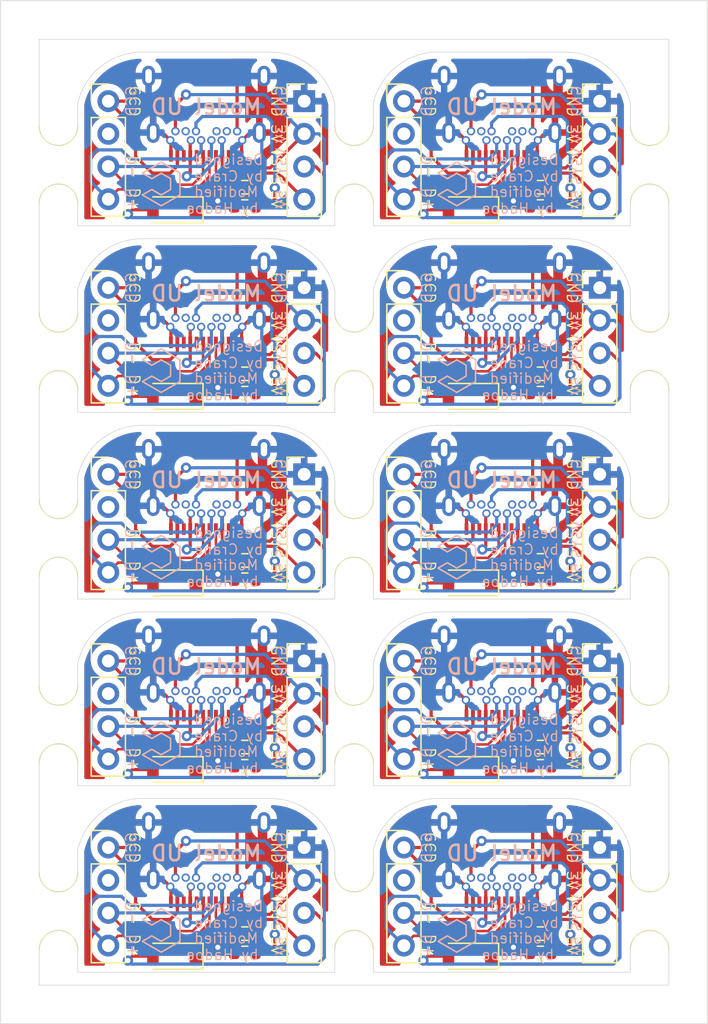
<source format=kicad_pcb>
(kicad_pcb (version 20211014) (generator pcbnew)
  (layers (0 "F.Cu" signal) (31 "B.Cu" signal) (34 "B.Paste" user) (35 "F.Paste" user) (36 "B.SilkS" user "B.Silkscreen") (37 "F.SilkS" user "F.Silkscreen") (38 "B.Mask" user) (39 "F.Mask" user) (44 "Edge.Cuts" user))
  (net 0 "")
  (net 1 "GND")
  (net 2 "3V3")
  (net 3 "VBUS")
  (net 4 "Net-(J1-PadA5)")
  (net 5 "D+")
  (net 6 "D-")
  (net 7 "Net-(J1-PadA8)")
  (net 8 "D3V")
  (net 9 "Net-(J1-PadB5)")
  (net 10 "Net-(J1-PadB8)")
  (net 11 "VSYS")
  (footprint "Model_S:Shou Han Type-C 24P QCHT" (layer "F.Cu") (at 73 101.25 180)
    (fp_text reference "J1" hide)
    (fp_text value "USB_C_Receptacle")
  )
  (footprint "Resistor_SMD:R_0603_1608Metric" (layer "F.Cu") (at 76 69.75 180)
    (fp_text reference "RE" hide)
    (fp_text value "5.1k" hide)
  )
  (footprint "Resistor_SMD:R_0603_1608Metric" (layer "F.Cu") (at 53 98.75 180)
    (fp_text reference "RE" hide)
    (fp_text value "5.1k" hide)
  )
  (footprint "Panelization:mouse-bite-3mm-slot-1-sided" (layer "F.Cu") (at 38.5 95.5 90)
    (fp_text reference "mouse-bite-3mm-slot" hide)
    (fp_text value "VAL**" hide)
  )
  (footprint "Diode_SMD:D_SOD-123" (layer "F.Cu") (at 70.5 70 180)
    (fp_text reference "D1" hide)
    (fp_text value "MBR120" hide)
  )
  (footprint "Model_S:PinHeader_1x04_P2.54mm_Vertical" (layer "F.Cu") (at 42.38 76.06)
    (fp_text reference "J2" hide)
    (fp_text value "Conn_01x04" hide)
  )
  (footprint "Panelization:mouse-bite-3mm-slot" (layer "F.Cu") (at 61.5 52 -90)
    (fp_text reference "mouse-bite-3mm-slot" hide)
    (fp_text value "VAL**" hide)
  )
  (footprint "Model_S:PinHeader_1x04_P2.54mm_Vertical" (layer "F.Cu") (at 57.62 76.06)
    (fp_text reference "J3" hide)
    (fp_text value "Conn_01x04" hide)
  )
  (footprint "Panelization:mouse-bite-3mm-slot-1-sided" (layer "F.Cu") (at 84.5 52 -90)
    (fp_text reference "mouse-bite-3mm-slot" hide)
    (fp_text value "VAL**" hide)
  )
  (footprint "Model_S:PinHeader_1x04_P2.54mm_Vertical" (layer "F.Cu") (at 42.38 105.06)
    (fp_text reference "J2" hide)
    (fp_text value "Conn_01x04" hide)
  )
  (footprint "Diode_SMD:D_SOD-123" (layer "F.Cu") (at 47.5 84.5 180)
    (fp_text reference "D1" hide)
    (fp_text value "MBR120" hide)
  )
  (footprint "Model_S:Shou Han Type-C 24P QCHT" (layer "F.Cu") (at 73 43.25 180)
    (fp_text reference "J1" hide)
    (fp_text value "USB_C_Receptacle")
  )
  (footprint "Diode_SMD:D_SOD-123" (layer "F.Cu") (at 47.5 55.5 180)
    (fp_text reference "D1" hide)
    (fp_text value "MBR120" hide)
  )
  (footprint "Panelization:mouse-bite-3mm-slot" (layer "F.Cu") (at 61.5 66.5 -90)
    (fp_text reference "mouse-bite-3mm-slot" hide)
    (fp_text value "VAL**" hide)
  )
  (footprint "Resistor_SMD:R_0603_1608Metric" (layer "F.Cu") (at 76 68.25 180)
    (fp_text reference "R1" hide)
    (fp_text value "5.1k" hide)
  )
  (footprint "Model_S:Shou Han Type-C 24P QCHT" (layer "F.Cu") (at 50 72.25 180)
    (fp_text reference "J1" hide)
    (fp_text value "USB_C_Receptacle")
  )
  (footprint "Resistor_SMD:R_0603_1608Metric" (layer "F.Cu") (at 76 82.75 180)
    (fp_text reference "R1" hide)
    (fp_text value "5.1k" hide)
  )
  (footprint "Resistor_SMD:R_0603_1608Metric" (layer "F.Cu") (at 53 111.75 180)
    (fp_text reference "R1" hide)
    (fp_text value "5.1k" hide)
  )
  (footprint "Diode_SMD:D_SOD-123" (layer "F.Cu") (at 47.5 70 180)
    (fp_text reference "D1" hide)
    (fp_text value "MBR120" hide)
  )
  (footprint "Model_S:PinHeader_1x04_P2.54mm_Vertical" (layer "F.Cu") (at 65.38 61.56)
    (fp_text reference "J2" hide)
    (fp_text value "Conn_01x04" hide)
  )
  (footprint "Resistor_SMD:R_0603_1608Metric" (layer "F.Cu") (at 76 55.25 180)
    (fp_text reference "RE" hide)
    (fp_text value "5.1k" hide)
  )
  (footprint "Model_S:PinHeader_1x04_P2.54mm_Vertical" (layer "F.Cu") (at 65.38 47.06)
    (fp_text reference "J2" hide)
    (fp_text value "Conn_01x04" hide)
  )
  (footprint "Model_S:PinHeader_1x04_P2.54mm_Vertical" (layer "F.Cu") (at 57.62 61.56)
    (fp_text reference "J3" hide)
    (fp_text value "Conn_01x04" hide)
  )
  (footprint "Model_S:Shou Han Type-C 24P QCHT" (layer "F.Cu") (at 50 86.75 180)
    (fp_text reference "J1" hide)
    (fp_text value "USB_C_Receptacle")
  )
  (footprint "Model_S:PinHeader_1x04_P2.54mm_Vertical" (layer "F.Cu") (at 80.62 105.06)
    (fp_text reference "J3" hide)
    (fp_text value "Conn_01x04" hide)
  )
  (footprint "Diode_SMD:D_SOD-123" (layer "F.Cu") (at 70.5 55.5 180)
    (fp_text reference "D1" hide)
    (fp_text value "MBR120" hide)
  )
  (footprint "Resistor_SMD:R_0603_1608Metric" (layer "F.Cu") (at 53 113.25 180)
    (fp_text reference "RE" hide)
    (fp_text value "5.1k" hide)
  )
  (footprint "Resistor_SMD:R_0603_1608Metric" (layer "F.Cu") (at 76 84.25 180)
    (fp_text reference "RE" hide)
    (fp_text value "5.1k" hide)
  )
  (footprint "Resistor_SMD:R_0603_1608Metric" (layer "F.Cu") (at 53 97.25 180)
    (fp_text reference "R1" hide)
    (fp_text value "5.1k" hide)
  )
  (footprint "Model_S:Shou Han Type-C 24P QCHT" (layer "F.Cu") (at 50 101.25 180)
    (fp_text reference "J1" hide)
    (fp_text value "USB_C_Receptacle")
  )
  (footprint "Diode_SMD:D_SOD-123" (layer "F.Cu") (at 47.5 99 180)
    (fp_text reference "D1" hide)
    (fp_text value "MBR120" hide)
  )
  (footprint "Model_S:PinHeader_1x04_P2.54mm_Vertical" (layer "F.Cu") (at 80.62 47.06)
    (fp_text reference "J3" hide)
    (fp_text value "Conn_01x04" hide)
  )
  (footprint "Resistor_SMD:R_0603_1608Metric" (layer "F.Cu") (at 53 82.75 180)
    (fp_text reference "R1" hide)
    (fp_text value "5.1k" hide)
  )
  (footprint "Model_S:PinHeader_1x04_P2.54mm_Vertical" (layer "F.Cu") (at 80.62 76.06)
    (fp_text reference "J3" hide)
    (fp_text value "Conn_01x04" hide)
  )
  (footprint "Model_S:Shou Han Type-C 24P QCHT" (layer "F.Cu") (at 73 57.75 180)
    (fp_text reference "J1" hide)
    (fp_text value "USB_C_Receptacle")
  )
  (footprint "Model_S:PinHeader_1x04_P2.54mm_Vertical" (layer "F.Cu") (at 42.38 47.06)
    (fp_text reference "J2" hide)
    (fp_text value "Conn_01x04" hide)
  )
  (footprint "Model_S:Shou Han Type-C 24P QCHT" (layer "F.Cu") (at 50 43.25 180)
    (fp_text reference "J1" hide)
    (fp_text value "USB_C_Receptacle")
  )
  (footprint "Panelization:mouse-bite-3mm-slot-1-sided" (layer "F.Cu") (at 84.5 110 -90)
    (fp_text reference "mouse-bite-3mm-slot" hide)
    (fp_text value "VAL**" hide)
  )
  (footprint "Model_S:PinHeader_1x04_P2.54mm_Vertical" (layer "F.Cu") (at 42.38 61.56)
    (fp_text reference "J2" hide)
    (fp_text value "Conn_01x04" hide)
  )
  (footprint "Model_S:PinHeader_1x04_P2.54mm_Vertical" (layer "F.Cu") (at 42.38 90.56)
    (fp_text reference "J2" hide)
    (fp_text value "Conn_01x04" hide)
  )
  (footprint "Resistor_SMD:R_0603_1608Metric" (layer "F.Cu") (at 53 68.25 180)
    (fp_text reference "R1" hide)
    (fp_text value "5.1k" hide)
  )
  (footprint "Resistor_SMD:R_0603_1608Metric" (layer "F.Cu") (at 53 55.25 180)
    (fp_text reference "RE" hide)
    (fp_text value "5.1k" hide)
  )
  (footprint "Model_S:PinHeader_1x04_P2.54mm_Vertical" (layer "F.Cu") (at 80.62 61.56)
    (fp_text reference "J3" hide)
    (fp_text value "Conn_01x04" hide)
  )
  (footprint "Model_S:Shou Han Type-C 24P QCHT" (layer "F.Cu") (at 50 57.75 180)
    (fp_text reference "J1" hide)
    (fp_text value "USB_C_Receptacle")
  )
  (footprint "Panelization:mouse-bite-3mm-slot-1-sided" (layer "F.Cu") (at 84.5 81 -90)
    (fp_text reference "mouse-bite-3mm-slot" hide)
    (fp_text value "VAL**" hide)
  )
  (footprint "Panelization:mouse-bite-3mm-slot-1-sided" (layer "F.Cu") (at 84.5 95.5 -90)
    (fp_text reference "mouse-bite-3mm-slot" hide)
    (fp_text value "VAL**" hide)
  )
  (footprint "Panelization:mouse-bite-3mm-slot-1-sided" (layer "F.Cu") (at 38.5 52 90)
    (fp_text reference "mouse-bite-3mm-slot" hide)
    (fp_text value "VAL**" hide)
  )
  (footprint "Diode_SMD:D_SOD-123" (layer "F.Cu") (at 70.5 113.5 180)
    (fp_text reference "D1" hide)
    (fp_text value "MBR120" hide)
  )
  (footprint "Panelization:mouse-bite-3mm-slot-1-sided" (layer "F.Cu") (at 38.5 81 90)
    (fp_text reference "mouse-bite-3mm-slot" hide)
    (fp_text value "VAL**" hide)
  )
  (footprint "Resistor_SMD:R_0603_1608Metric" (layer "F.Cu") (at 76 113.25 180)
    (fp_text reference "RE" hide)
    (fp_text value "5.1k" hide)
  )
  (footprint "Model_S:PinHeader_1x04_P2.54mm_Vertical" (layer "F.Cu") (at 57.62 105.06)
    (fp_text reference "J3" hide)
    (fp_text value "Conn_01x04" hide)
  )
  (footprint "Panelization:mouse-bite-3mm-slot" (layer "F.Cu") (at 61.5 110 -90)
    (fp_text reference "mouse-bite-3mm-slot" hide)
    (fp_text value "VAL**" hide)
  )
  (footprint "Model_S:PinHeader_1x04_P2.54mm_Vertical" (layer "F.Cu") (at 65.38 105.06)
    (fp_text reference "J2" hide)
    (fp_text value "Conn_01x04" hide)
  )
  (footprint "Model_S:PinHeader_1x04_P2.54mm_Vertical" (layer "F.Cu") (at 57.62 90.56)
    (fp_text reference "J3" hide)
    (fp_text value "Conn_01x04" hide)
  )
  (footprint "Model_S:PinHeader_1x04_P2.54mm_Vertical" (layer "F.Cu") (at 65.38 90.56)
    (fp_text reference "J2" hide)
    (fp_text value "Conn_01x04" hide)
  )
  (footprint "Resistor_SMD:R_0603_1608Metric" (layer "F.Cu") (at 76 98.75 180)
    (fp_text reference "RE" hide)
    (fp_text value "5.1k" hide)
  )
  (footprint "Resistor_SMD:R_0603_1608Metric" (layer "F.Cu") (at 76 97.25 180)
    (fp_text reference "R1" hide)
    (fp_text value "5.1k" hide)
  )
  (footprint "Resistor_SMD:R_0603_1608Metric" (layer "F.Cu") (at 53 69.75 180)
    (fp_text reference "RE" hide)
    (fp_text value "5.1k" hide)
  )
  (footprint "Panelization:mouse-bite-3mm-slot" (layer "F.Cu") (at 61.5 95.5 -90)
    (fp_text reference "mouse-bite-3mm-slot" hide)
    (fp_text value "VAL**" hide)
  )
  (footprint "Resistor_SMD:R_0603_1608Metric" (layer "F.Cu") (at 76 53.75 180)
    (fp_text reference "R1" hide)
    (fp_text value "5.1k" hide)
  )
  (footprint "Panelization:mouse-bite-3mm-slot-1-sided" (layer "F.Cu") (at 38.5 66.5 90)
    (fp_text reference "mouse-bite-3mm-slot" hide)
    (fp_text value "VAL**" hide)
  )
  (footprint "Model_S:Shou Han Type-C 24P QCHT" (layer "F.Cu") (at 73 72.25 180)
    (fp_text reference "J1" hide)
    (fp_text value "USB_C_Receptacle")
  )
  (footprint "Diode_SMD:D_SOD-123" (layer "F.Cu") (at 47.5 113.5 180)
    (fp_text reference "D1" hide)
    (fp_text value "MBR120" hide)
  )
  (footprint "Panelization:mouse-bite-3mm-slot" (layer "F.Cu") (at 61.5 81 -90)
    (fp_text reference "mouse-bite-3mm-slot" hide)
    (fp_text value "VAL**" hide)
  )
  (footprint "Diode_SMD:D_SOD-123" (layer "F.Cu") (at 70.5 84.5 180)
    (fp_text reference "D1" hide)
    (fp_text value "MBR120" hide)
  )
  (footprint "Model_S:PinHeader_1x04_P2.54mm_Vertical" (layer "F.Cu") (at 80.62 90.56)
    (fp_text reference "J3" hide)
    (fp_text value "Conn_01x04" hide)
  )
  (footprint "Model_S:PinHeader_1x04_P2.54mm_Vertical" (layer "F.Cu") (at 65.38 76.06)
    (fp_text reference "J2" hide)
    (fp_text value "Conn_01x04" hide)
  )
  (footprint "Panelization:mouse-bite-3mm-slot-1-sided" (layer "F.Cu") (at 84.5 66.5 -90)
    (fp_text reference "mouse-bite-3mm-slot" hide)
    (fp_text value "VAL**" hide)
  )
  (footprint "Model_S:Shou Han Type-C 24P QCHT" (layer "F.Cu") (at 73 86.75 180)
    (fp_text reference "J1" hide)
    (fp_text value "USB_C_Receptacle")
  )
  (footprint "Diode_SMD:D_SOD-123" (layer "F.Cu") (at 70.5 99 180)
    (fp_text reference "D1" hide)
    (fp_text value "MBR120" hide)
  )
  (footprint "Resistor_SMD:R_0603_1608Metric" (layer "F.Cu") (at 53 84.25 180)
    (fp_text reference "RE" hide)
    (fp_text value "5.1k" hide)
  )
  (footprint "Resistor_SMD:R_0603_1608Metric" (layer "F.Cu") (at 53 53.75 180)
    (fp_text reference "R1" hide)
    (fp_text value "5.1k" hide)
  )
  (footprint "Model_S:PinHeader_1x04_P2.54mm_Vertical" (layer "F.Cu") (at 57.62 47.06)
    (fp_text reference "J3" hide)
    (fp_text value "Conn_01x04" hide)
  )
  (footprint "Resistor_SMD:R_0603_1608Metric" (layer "F.Cu") (at 76 111.75 180)
    (fp_text reference "R1" hide)
    (fp_text value "5.1k" hide)
  )
  (footprint "Panelization:mouse-bite-3mm-slot-1-sided" (layer "F.Cu") (at 38.5 110 90)
    (fp_text reference "mouse-bite-3mm-slot" hide)
    (fp_text value "VAL**" hide)
  )
  (footprint "HTangl:Crane_C" (layer "B.Cu") (at 69.5 111.5 180)
    (fp_text reference "G***" hide)
    (fp_text value "LOGO" hide)
  )
  (footprint "HTangl:Crane_C" (layer "B.Cu") (at 46.5 53.5 180)
    (fp_text reference "G***" hide)
    (fp_text value "LOGO" hide)
  )
  (footprint "HTangl:Crane_C" (layer "B.Cu") (at 69.5 82.5 180)
    (fp_text reference "G***" hide)
    (fp_text value "LOGO" hide)
  )
  (footprint "HTangl:Crane_C" (layer "B.Cu") (at 46.5 82.5 180)
    (fp_text reference "G***" hide)
    (fp_text value "LOGO" hide)
  )
  (footprint "HTangl:Crane_C" (layer "B.Cu") (at 46.5 68 180)
    (fp_text reference "G***" hide)
    (fp_text value "LOGO" hide)
  )
  (footprint "HTangl:Crane_C" (layer "B.Cu") (at 69.5 53.5 180)
    (fp_text reference "G***" hide)
    (fp_text value "LOGO" hide)
  )
  (footprint "HTangl:Crane_C" (layer "B.Cu") (at 69.5 68 180)
    (fp_text reference "G***" hide)
    (fp_text value "LOGO" hide)
  )
  (footprint "HTangl:Crane_C" (layer "B.Cu") (at 46.5 111.5 180)
    (fp_text reference "G***" hide)
    (fp_text value "LOGO" hide)
  )
  (footprint "HTangl:Crane_C" (layer "B.Cu") (at 46.5 97 180)
    (fp_text reference "G***" hide)
    (fp_text value "LOGO" hide)
  )
  (footprint "HTangl:Crane_C" (layer "B.Cu") (at 69.5 97 180)
    (fp_text reference "G***" hide)
    (fp_text value "LOGO" hide)
  )
  (gr_line (start 37 84) (end 37 92.5) (layer "Edge.Cuts") (width 0.05))
  (gr_arc (start 63 76.25) (mid 64.79863 73.373288) (end 68 72.25) (layer "Edge.Cuts") (width 0.05))
  (gr_line (start 40 76.25) (end 40 78) (layer "Edge.Cuts") (width 0.05))
  (gr_arc (start 86 49) (mid 84.5 50.5) (end 83 49) (layer "Edge.Cuts") (width 0.05))
  (gr_line (start 40 107) (end 40 105.25) (layer "Edge.Cuts") (width 0.05))
  (gr_line (start 37 55) (end 37 63.5) (layer "Edge.Cuts") (width 0.05))
  (gr_line (start 40 114.75) (end 40 113) (layer "Edge.Cuts") (width 0.05))
  (gr_line (start 83 114.75) (end 83 113) (layer "Edge.Cuts") (width 0.05))
  (gr_arc (start 63 107) (mid 61.5 108.5) (end 60 107) (layer "Edge.Cuts") (width 0.05))
  (gr_line (start 86 113) (end 86 115.75) (layer "Edge.Cuts") (width 0.05))
  (gr_line (start 60 85.75) (end 40 85.75) (layer "Edge.Cuts") (width 0.05))
  (gr_line (start 68 101.25) (end 78 101.25) (layer "Edge.Cuts") (width 0.05))
  (gr_line (start 83 78) (end 83 76.25) (layer "Edge.Cuts") (width 0.05))
  (gr_line (start 60 47.25) (end 60 49) (layer "Edge.Cuts") (width 0.05))
  (gr_arc (start 83 84) (mid 84.5 82.5) (end 86 84) (layer "Edge.Cuts") (width 0.05))
  (gr_line (start 63 114.75) (end 63 113) (layer "Edge.Cuts") (width 0.05))
  (gr_arc (start 78 101.25) (mid 81.201369 102.373288) (end 83 105.25) (layer "Edge.Cuts") (width 0.05))
  (gr_line (start 45 57.75) (end 55 57.75) (layer "Edge.Cuts") (width 0.05))
  (gr_line (start 68 72.25) (end 78 72.25) (layer "Edge.Cuts") (width 0.05))
  (gr_arc (start 40 105.25) (mid 41.79863 102.373288) (end 45 101.25) (layer "Edge.Cuts") (width 0.05))
  (gr_arc (start 63 105.25) (mid 64.79863 102.373288) (end 68 101.25) (layer "Edge.Cuts") (width 0.05))
  (gr_arc (start 40 47.25) (mid 41.79863 44.373288) (end 45 43.25) (layer "Edge.Cuts") (width 0.05))
  (gr_line (start 83 55) (end 83 56.75) (layer "Edge.Cuts") (width 0.05))
  (gr_arc (start 83 55) (mid 84.5 53.5) (end 86 55) (layer "Edge.Cuts") (width 0.05))
  (gr_line (start 63 98.5) (end 63 100.25) (layer "Edge.Cuts") (width 0.05))
  (gr_line (start 60 71.25) (end 40 71.25) (layer "Edge.Cuts") (width 0.05))
  (gr_arc (start 78 72.25) (mid 81.201369 73.373288) (end 83 76.25) (layer "Edge.Cuts") (width 0.05))
  (gr_line (start 83 56.75) (end 63 56.75) (layer "Edge.Cuts") (width 0.05))
  (gr_line (start 83 92.5) (end 83 90.75) (layer "Edge.Cuts") (width 0.05))
  (gr_line (start 86 78) (end 86 69.5) (layer "Edge.Cuts") (width 0.05))
  (gr_arc (start 63 49) (mid 61.5 50.5) (end 60 49) (layer "Edge.Cuts") (width 0.05))
  (gr_arc (start 86 107) (mid 84.5 108.5) (end 83 107) (layer "Edge.Cuts") (width 0.05))
  (gr_line (start 45 72.25) (end 55 72.25) (layer "Edge.Cuts") (width 0.05))
  (gr_line (start 45 86.75) (end 55 86.75) (layer "Edge.Cuts") (width 0.05))
  (gr_line (start 60 78) (end 60 76.25) (layer "Edge.Cuts") (width 0.05))
  (gr_line (start 60 56.75) (end 60 55) (layer "Edge.Cuts") (width 0.05))
  (gr_line (start 83 71.25) (end 63 71.25) (layer "Edge.Cuts") (width 0.05))
  (gr_line (start 40 55) (end 40 56.75) (layer "Edge.Cuts") (width 0.05))
  (gr_line (start 63 69.5) (end 63 71.25) (layer "Edge.Cuts") (width 0.05))
  (gr_arc (start 78 86.75) (mid 81.201369 87.873288) (end 83 90.75) (layer "Edge.Cuts") (width 0.05))
  (gr_line (start 60 63.5) (end 60 61.75) (layer "Edge.Cuts") (width 0.05))
  (gr_line (start 60 92.5) (end 60 90.75) (layer "Edge.Cuts") (width 0.05))
  (gr_arc (start 55 86.75) (mid 58.201369 87.873288) (end 60 90.75) (layer "Edge.Cuts") (width 0.05))
  (gr_line (start 60 114.75) (end 60 113) (layer "Edge.Cuts") (width 0.05))
  (gr_line (start 45 101.25) (end 55 101.25) (layer "Edge.Cuts") (width 0.05))
  (gr_arc (start 60 98.5) (mid 61.5 97) (end 63 98.5) (layer "Edge.Cuts") (width 0.05))
  (gr_line (start 37 69.5) (end 37 78) (layer "Edge.Cuts") (width 0.05))
  (gr_line (start 40 49) (end 40 47.25) (layer "Edge.Cuts") (width 0.05))
  (gr_arc (start 78 43.25) (mid 81.201369 44.373288) (end 83 47.25) (layer "Edge.Cuts") (width 0.05))
  (gr_arc (start 60 55) (mid 61.5 53.5) (end 63 55) (layer "Edge.Cuts") (width 0.05))
  (gr_line (start 86 42.25) (end 37 42.25) (layer "Edge.Cuts") (width 0.05))
  (gr_line (start 68 86.75) (end 78 86.75) (layer "Edge.Cuts") (width 0.05))
  (gr_arc (start 86 92.5) (mid 84.5 94) (end 83 92.5) (layer "Edge.Cuts") (width 0.05))
  (gr_line (start 68 57.75) (end 78 57.75) (layer "Edge.Cuts") (width 0.05))
  (gr_line (start 40 84) (end 40 85.75) (layer "Edge.Cuts") (width 0.05))
  (gr_arc (start 37 98.5) (mid 38.5 97) (end 40 98.5) (layer "Edge.Cuts") (width 0.05))
  (gr_arc (start 63 47.25) (mid 64.79863 44.373288) (end 68 43.25) (layer "Edge.Cuts") (width 0.05))
  (gr_line (start 63 55) (end 63 56.75) (layer "Edge.Cuts") (width 0.05))
  (gr_line (start 40 61.75) (end 40 63.5) (layer "Edge.Cuts") (width 0.05))
  (gr_arc (start 78 57.75) (mid 81.201369 58.873288) (end 83 61.75) (layer "Edge.Cuts") (width 0.05))
  (gr_arc (start 60 113) (mid 61.5 111.5) (end 63 113) (layer "Edge.Cuts") (width 0.05))
  (gr_arc (start 55 43.25) (mid 58.201369 44.373288) (end 60 47.25) (layer "Edge.Cuts") (width 0.05))
  (gr_line (start 37 98.5) (end 37 107) (layer "Edge.Cuts") (width 0.05))
  (gr_line (start 63 61.75) (end 63 63.5) (layer "Edge.Cuts") (width 0.05))
  (gr_line (start 60 56.75) (end 40 56.75) (layer "Edge.Cuts") (width 0.05))
  (gr_line (start 83 105.25) (end 83 107) (layer "Edge.Cuts") (width 0.05))
  (gr_arc (start 63 61.75) (mid 64.79863 58.873288) (end 68 57.75) (layer "Edge.Cuts") (width 0.05))
  (gr_arc (start 63 92.5) (mid 61.5 94) (end 60 92.5) (layer "Edge.Cuts") (width 0.05))
  (gr_line (start 60 69.5) (end 60 71.25) (layer "Edge.Cuts") (width 0.05))
  (gr_line (start 86 49) (end 86 42.25) (layer "Edge.Cuts") (width 0.05))
  (gr_line (start 83 114.75) (end 63 114.75) (layer "Edge.Cuts") (width 0.05))
  (gr_arc (start 37 113) (mid 38.5 111.5) (end 40 113) (layer "Edge.Cuts") (width 0.05))
  (gr_arc (start 37 69.5) (mid 38.5 68) (end 40 69.5) (layer "Edge.Cuts") (width 0.05))
  (gr_arc (start 40 61.75) (mid 41.79863 58.873288) (end 45 57.75) (layer "Edge.Cuts") (width 0.05))
  (gr_line (start 63 90.75) (end 63 92.5) (layer "Edge.Cuts") (width 0.05))
  (gr_arc (start 37 55) (mid 38.5 53.5) (end 40 55) (layer "Edge.Cuts") (width 0.05))
  (gr_arc (start 63 63.5) (mid 61.5 65) (end 60 63.5) (layer "Edge.Cuts") (width 0.05))
  (gr_arc (start 40 63.5) (mid 38.5 65) (end 37 63.5) (layer "Edge.Cuts") (width 0.05))
  (gr_line (start 37 42.25) (end 37 49) (layer "Edge.Cuts") (width 0.05))
  (gr_line (start 86 63.5) (end 86 55) (layer "Edge.Cuts") (width 0.05))
  (gr_line (start 83 100.25) (end 63 100.25) (layer "Edge.Cuts") (width 0.05))
  (gr_line (start 63 84) (end 63 85.75) (layer "Edge.Cuts") (width 0.05))
  (gr_line (start 63 107) (end 63 105.25) (layer "Edge.Cuts") (width 0.05))
  (gr_line (start 60 84) (end 60 85.75) (layer "Edge.Cuts") (width 0.05))
  (gr_line (start 86 115.75) (end 37 115.75) (layer "Edge.Cuts") (width 0.05))
  (gr_arc (start 83 98.5) (mid 84.5 97) (end 86 98.5) (layer "Edge.Cuts") (width 0.05))
  (gr_line (start 63 47.25) (end 63 49) (layer "Edge.Cuts") (width 0.05))
  (gr_line (start 40 69.5) (end 40 71.25) (layer "Edge.Cuts") (width 0.05))
  (gr_line (start 40 90.75) (end 40 92.5) (layer "Edge.Cuts") (width 0.05))
  (gr_line (start 83 63.5) (end 83 61.75) (layer "Edge.Cuts") (width 0.05))
  (gr_line (start 60 98.5) (end 60 100.25) (layer "Edge.Cuts") (width 0.05))
  (gr_arc (start 40 78) (mid 38.5 79.5) (end 37 78) (layer "Edge.Cuts") (width 0.05))
  (gr_line (start 86 107) (end 86 98.5) (layer "Edge.Cuts") (width 0.05))
  (gr_arc (start 60 69.5) (mid 61.5 68) (end 63 69.5) (layer "Edge.Cuts") (width 0.05))
  (gr_arc (start 83 113) (mid 84.5 111.5) (end 86 113) (layer "Edge.Cuts") (width 0.05))
  (gr_arc (start 55 57.75) (mid 58.201369 58.873288) (end 60 61.75) (layer "Edge.Cuts") (width 0.05))
  (gr_line (start 37 115.75) (end 37 113) (layer "Edge.Cuts") (width 0.05))
  (gr_line (start 83 84) (end 83 85.75) (layer "Edge.Cuts") (width 0.05))
  (gr_arc (start 83 69.5) (mid 84.5 68) (end 86 69.5) (layer "Edge.Cuts") (width 0.05))
  (gr_arc (start 40 90.75) (mid 41.79863 87.873288) (end 45 86.75) (layer "Edge.Cuts") (width 0.05))
  (gr_line (start 83 69.5) (end 83 71.25) (layer "Edge.Cuts") (width 0.05))
  (gr_arc (start 40 92.5) (mid 38.5 94) (end 37 92.5) (layer "Edge.Cuts") (width 0.05))
  (gr_arc (start 40 76.25) (mid 41.79863 73.373288) (end 45 72.25) (layer "Edge.Cuts") (width 0.05))
  (gr_line (start 40 98.5) (end 40 100.25) (layer "Edge.Cuts") (width 0.05))
  (gr_arc (start 40 49) (mid 38.5 50.5) (end 37 49) (layer "Edge.Cuts") (width 0.05))
  (gr_arc (start 63 78) (mid 61.5 79.5) (end 60 78) (layer "Edge.Cuts") (width 0.05))
  (gr_line (start 60 105.25) (end 60 107) (layer "Edge.Cuts") (width 0.05))
  (gr_arc (start 60 84) (mid 61.5 82.5) (end 63 84) (layer "Edge.Cuts") (width 0.05))
  (gr_line (start 86 92.5) (end 86 84) (layer "Edge.Cuts") (width 0.05))
  (gr_arc (start 37 84) (mid 38.5 82.5) (end 40 84) (layer "Edge.Cuts") (width 0.05))
  (gr_line (start 60 100.25) (end 40 100.25) (layer "Edge.Cuts") (width 0.05))
  (gr_arc (start 86 78) (mid 84.5 79.5) (end 83 78) (layer "Edge.Cuts") (width 0.05))
  (gr_line (start 60 114.75) (end 40 114.75) (layer "Edge.Cuts") (width 0.05))
  (gr_arc (start 63 90.75) (mid 64.79863 87.873288) (end 68 86.75) (layer "Edge.Cuts") (width 0.05))
  (gr_line (start 83 98.5) (end 83 100.25) (layer "Edge.Cuts") (width 0.05))
  (gr_arc (start 55 101.25) (mid 58.201369 102.373288) (end 60 105.25) (layer "Edge.Cuts") (width 0.05))
  (gr_arc (start 86 63.5) (mid 84.5 65) (end 83 63.5) (layer "Edge.Cuts") (width 0.05))
  (gr_arc (start 55 72.25) (mid 58.201369 73.373288) (end 60 76.25) (layer "Edge.Cuts") (width 0.05))
  (gr_line (start 83 49) (end 83 47.25) (layer "Edge.Cuts") (width 0.05))
  (gr_arc (start 40 107) (mid 38.5 108.5) (end 37 107) (layer "Edge.Cuts") (width 0.05))
  (gr_line (start 45 43.25) (end 55 43.25) (layer "Edge.Cuts") (width 0.05))
  (gr_line (start 68 43.25) (end 78 43.25) (layer "Edge.Cuts") (width 0.05))
  (gr_rect (start 34 39.25) (end 89 118.75) (layer "Edge.Cuts") (width 0.05) (fill none))
  (gr_line (start 83 85.75) (end 63 85.75) (layer "Edge.Cuts") (width 0.05))
  (gr_line (start 63 76.25) (end 63 78) (layer "Edge.Cuts") (width 0.05))
  (gr_text "Modified \nby Hadoe" (at 51.25 83.75) (layer "B.SilkS") (effects (font (size 0.8 0.8) (thickness 0.1)) (justify mirror)))
  (gr_text "Modified \nby Hadoe" (at 74.25 98.25) (layer "B.SilkS") (effects (font (size 0.8 0.8) (thickness 0.1)) (justify mirror)))
  (gr_text "GCD" (at 44.158 105.06 90) (layer "B.SilkS") (effects (font (size 0.8 0.8) (thickness 0.1)) (justify mirror)))
  (gr_text "D-" (at 67.158 52.14 90) (layer "B.SilkS") (effects (font (size 0.8 0.8) (thickness 0.1)) (justify mirror)))
  (gr_text "VSYS\n" (at 78.842 52.14 90) (layer "B.SilkS") (effects (font (size 0.8 0.8) (thickness 0.1)) (justify mirror)))
  (gr_text "5V\n" (at 78.842 69.18 90) (layer "B.SilkS") (effects (font (size 0.8 0.8) (thickness 0.1)) (justify mirror)))
  (gr_text "D-" (at 44.158 95.64 90) (layer "B.SilkS") (effects (font (size 0.8 0.8) (thickness 0.1)) (justify mirror)))
  (gr_text "5V\n" (at 55.842 54.68 90) (layer "B.SilkS") (effects (font (size 0.8 0.8) (thickness 0.1)) (justify mirror)))
  (gr_text "GCD" (at 44.158 90.56 90) (layer "B.SilkS") (effects (font (size 0.8 0.8) (thickness 0.1)) (justify mirror)))
  (gr_text "GCD" (at 44.158 76.06 90) (layer "B.SilkS") (effects (font (size 0.8 0.8) (thickness 0.1)) (justify mirror)))
  (gr_text "D+" (at 67.158 83.68 -270) (layer "B.SilkS") (effects (font (size 0.8 0.8) (thickness 0.1)) (justify mirror)))
  (gr_text "Model UD" (at 50 76.5) (layer "B.SilkS") (effects (font (size 1.2 1.2) (thickness 0.2)) (justify mirror)))
  (gr_text "VSYS\n" (at 55.842 95.64 90) (layer "B.SilkS") (effects (font (size 0.8 0.8) (thickness 0.1)) (justify mirror)))
  (gr_text "D-" (at 67.158 110.14 90) (layer "B.SilkS") (effects (font (size 0.8 0.8) (thickness 0.1)) (justify mirror)))
  (gr_text "Model UD" (at 73 76.5) (layer "B.SilkS") (effects (font (size 1.2 1.2) (thickness 0.2)) (justify mirror)))
  (gr_text "Model UD" (at 73 47.5) (layer "B.SilkS") (effects (font (size 1.2 1.2) (thickness 0.2)) (justify mirror)))
  (gr_text "3V" (at 55.842 93.1 90) (layer "B.SilkS") (effects (font (size 0.8 0.8) (thickness 0.1)) (justify mirror)))
  (gr_text "VSYS\n" (at 55.842 52.14 90) (layer "B.SilkS") (effects (font (size 0.8 0.8) (thickness 0.1)) (justify mirror)))
  (gr_text "D-" (at 67.158 95.64 90) (layer "B.SilkS") (effects (font (size 0.8 0.8) (thickness 0.1)) (justify mirror)))
  (gr_text "GND" (at 78.842 47.06 90) (layer "B.SilkS") (effects (font (size 0.8 0.8) (thickness 0.1)) (justify mirror)))
  (gr_text "D+" (at 44.158 112.68 -270) (layer "B.SilkS") (effects (font (size 0.8 0.8) (thickness 0.1)) (justify mirror)))
  (gr_text "Modified \nby Hadoe" (at 51.25 54.75) (layer "B.SilkS") (effects (font (size 0.8 0.8) (thickness 0.1)) (justify mirror)))
  (gr_text "Modified \nby Hadoe" (at 51.25 69.25) (layer "B.SilkS") (effects (font (size 0.8 0.8) (thickness 0.1)) (justify mirror)))
  (gr_text "D+" (at 67.158 98.18 -270) (layer "B.SilkS") (effects (font (size 0.8 0.8) (thickness 0.1)) (justify mirror)))
  (gr_text "D-" (at 67.158 81.14 90) (layer "B.SilkS") (effects (font (size 0.8 0.8) (thickness 0.1)) (justify mirror)))
  (gr_text "3V" (at 78.842 49.6 90) (layer "B.SilkS") (effects (font (size 0.8 0.8) (thickness 0.1)) (justify mirror)))
  (gr_text "3V" (at 78.842 93.1 90) (layer "B.SilkS") (effects (font (size 0.8 0.8) (thickness 0.1)) (justify mirror)))
  (gr_text "Model UD" (at 50 105.5) (layer "B.SilkS") (effects (font (size 1.2 1.2) (thickness 0.2)) (justify mirror)))
  (gr_text "Modified \nby Hadoe" (at 74.25 83.75) (layer "B.SilkS") (effects (font (size 0.8 0.8) (thickness 0.1)) (justify mirror)))
  (gr_text "D+" (at 44.158 69.18 -270) (layer "B.SilkS") (effects (font (size 0.8 0.8) (thickness 0.1)) (justify mirror)))
  (gr_text "VSYS\n" (at 78.842 95.64 90) (layer "B.SilkS") (effects (font (size 0.8 0.8) (thickness 0.1)) (justify mirror)))
  (gr_text "GND" (at 78.842 90.56 90) (layer "B.SilkS") (effects (font (size 0.8 0.8) (thickness 0.1)) (justify mirror)))
  (gr_text "Model UD" (at 73 105.5) (layer "B.SilkS") (effects (font (size 1.2 1.2) (thickness 0.2)) (justify mirror)))
  (gr_text "GND" (at 55.842 61.56 90) (layer "B.SilkS") (effects (font (size 0.8 0.8) (thickness 0.1)) (justify mirror)))
  (gr_text "Designed\nby Crane" (at 51.75 95.75) (layer "B.SilkS") (effects (font (size 0.8 0.8) (thickness 0.1)) (justify mirror)))
  (gr_text "GND" (at 55.842 105.06 90) (layer "B.SilkS") (effects (font (size 0.8 0.8) (thickness 0.1)) (justify mirror)))
  (gr_text "5V\n" (at 55.842 69.18 90) (layer "B.SilkS") (effects (font (size 0.8 0.8) (thickness 0.1)) (justify mirror)))
  (gr_text "3V" (at 55.842 49.6 90) (layer "B.SilkS") (effects (font (size 0.8 0.8) (thickness 0.1)) (justify mirror)))
  (gr_text "GND" (at 55.842 47.06 90) (layer "B.SilkS") (effects (font (size 0.8 0.8) (thickness 0.1)) (justify mirror)))
  (gr_text "Modified \nby Hadoe" (at 74.25 112.75) (layer "B.SilkS") (effects (font (size 0.8 0.8) (thickness 0.1)) (justify mirror)))
  (gr_text "Designed\nby Crane" (at 51.75 110.25) (layer "B.SilkS") (effects (font (size 0.8 0.8) (thickness 0.1)) (justify mirror)))
  (gr_text "Designed\nby Crane" (at 51.75 81.25) (layer "B.SilkS") (effects (font (size 0.8 0.8) (thickness 0.1)) (justify mirror)))
  (gr_text "Modified \nby Hadoe" (at 74.25 54.75) (layer "B.SilkS") (effects (font (size 0.8 0.8) (thickness 0.1)) (justify mirror)))
  (gr_text "D+" (at 67.158 69.18 -270) (layer "B.SilkS") (effects (font (size 0.8 0.8) (thickness 0.1)) (justify mirror)))
  (gr_text "GND" (at 55.842 90.56 90) (layer "B.SilkS") (effects (font (size 0.8 0.8) (thickness 0.1)) (justify mirror)))
  (gr_text "5V\n" (at 55.842 83.68 90) (layer "B.SilkS") (effects (font (size 0.8 0.8) (thickness 0.1)) (justify mirror)))
  (gr_text "D-" (at 44.158 52.14 90) (layer "B.SilkS") (effects (font (size 0.8 0.8) (thickness 0.1)) (justify mirror)))
  (gr_text "Modified \nby Hadoe" (at 51.25 112.75) (layer "B.SilkS") (effects (font (size 0.8 0.8) (thickness 0.1)) (justify mirror)))
  (gr_text "Designed\nby Crane" (at 74.75 52.25) (layer "B.SilkS") (effects (font (size 0.8 0.8) (thickness 0.1)) (justify mirror)))
  (gr_text "VSYS\n" (at 55.842 81.14 90) (layer "B.SilkS") (effects (font (size 0.8 0.8) (thickness 0.1)) (justify mirror)))
  (gr_text "Designed\nby Crane" (at 74.75 95.75) (layer "B.SilkS") (effects (font (size 0.8 0.8) (thickness 0.1)) (justify mirror)))
  (gr_text "GCD" (at 67.158 105.06 90) (layer "B.SilkS") (effects (font (size 0.8 0.8) (thickness 0.1)) (justify mirror)))
  (gr_text "3V" (at 78.842 107.6 90) (layer "B.SilkS") (effects (font (size 0.8 0.8) (thickness 0.1)) (justify mirror)))
  (gr_text "Designed\nby Crane" (at 51.75 52.25) (layer "B.SilkS") (effects (font (size 0.8 0.8) (thickness 0.1)) (justify mirror)))
  (gr_text "D+" (at 44.158 83.68 -270) (layer "B.SilkS") (effects (font (size 0.8 0.8) (thickness 0.1)) (justify mirror)))
  (gr_text "Model UD" (at 50 91) (layer "B.SilkS") (effects (font (size 1.2 1.2) (thickness 0.2)) (justify mirror)))
  (gr_text "D-" (at 44.158 110.14 90) (layer "B.SilkS") (effects (font (size 0.8 0.8) (thickness 0.1)) (justify mirror)))
  (gr_text "5V\n" (at 55.842 112.68 90) (layer "B.SilkS") (effects (font (size 0.8 0.8) (thickness 0.1)) (justify mirror)))
  (gr_text "Designed\nby Crane" (at 74.75 110.25) (layer "B.SilkS") (effects (font (size 0.8 0.8) (thickness 0.1)) (justify mirror)))
  (gr_text "Model UD" (at 73 62) (layer "B.SilkS") (effects (font (size 1.2 1.2) (thickness 0.2)) (justify mirror)))
  (gr_text "GCD" (at 44.158 47.06 90) (layer "B.SilkS") (effects (font (size 0.8 0.8) (thickness 0.1)) (justify mirror)))
  (gr_text "3V" (at 55.842 78.6 90) (layer "B.SilkS") (effects (font (size 0.8 0.8) (thickness 0.1)) (justify mirror)))
  (gr_text "Designed\nby Crane" (at 74.75 81.25) (layer "B.SilkS") (effects (font (size 0.8 0.8) (thickness 0.1)) (justify mirror)))
  (gr_text "Model UD" (at 73 91) (layer "B.SilkS") (effects (font (size 1.2 1.2) (thickness 0.2)) (justify mirror)))
  (gr_text "GND" (at 55.842 76.06 90) (layer "B.SilkS") (effects (font (size 0.8 0.8) (thickness 0.1)) (justify mirror)))
  (gr_text "GCD" (at 67.158 76.06 90) (layer "B.SilkS") (effects (font (size 0.8 0.8) (thickness 0.1)) (justify mirror)))
  (gr_text "Designed\nby Crane" (at 74.75 66.75) (layer "B.SilkS") (effects (font (size 0.8 0.8) (thickness 0.1)) (justify mirror)))
  (gr_text "VSYS\n" (at 55.842 110.14 90) (layer "B.SilkS") (effects (font (size 0.8 0.8) (thickness 0.1)) (justify mirror)))
  (gr_text "5V\n" (at 78.842 112.68 90) (layer "B.SilkS") (effects (font (size 0.8 0.8) (thickness 0.1)) (justify mirror)))
  (gr_text "Model UD" (at 50 47.5) (layer "B.SilkS") (effects (font (size 1.2 1.2) (thickness 0.2)) (justify mirror)))
  (gr_text "5V\n" (at 55.842 98.18 90) (layer "B.SilkS") (effects (font (size 0.8 0.8) (thickness 0.1)) (justify mirror)))
  (gr_text "5V\n" (at 78.842 98.18 90) (layer "B.SilkS") (effects (font (size 0.8 0.8) (thickness 0.1)) (justify mirror)))
  (gr_text "D-" (at 44.158 66.64 90) (layer "B.SilkS") (effects (font (size 0.8 0.8) (thickness 0.1)) (justify mirror)))
  (gr_text "GND" (at 78.842 105.06 90) (layer "B.SilkS") (effects (font (size 0.8 0.8) (thickness 0.1)) (justify mirror)))
  (gr_text "3V" (at 78.842 64.1 90) (layer "B.SilkS") (effects (font (size 0.8 0.8) (thickness 0.1)) (justify mirror)))
  (gr_text "Modified \nby Hadoe" (at 51.25 98.25) (layer "B.SilkS") (effects (font (size 0.8 0.8) (thickness 0.1)) (justify mirror)))
  (gr_text "3V" (at 78.842 78.6 90) (layer "B.SilkS") (effects (font (size 0.8 0.8) (thickness 0.1)) (justify mirror)))
  (gr_text "Designed\nby Crane" (at 51.75 66.75) (layer "B.SilkS") (effects (font (size 0.8 0.8) (thickness 0.1)) (justify mirror)))
  (gr_text "VSYS\n" (at 78.842 110.14 90) (layer "B.SilkS") (effects (font (size 0.8 0.8) (thickness 0.1)) (justify mirror)))
  (gr_text "D+" (at 44.158 54.68 -270) (layer "B.SilkS") (effects (font (size 0.8 0.8) (thickness 0.1)) (justify mirror)))
  (gr_text "D+" (at 67.158 54.68 -270) (layer "B.SilkS") (effects (font (size 0.8 0.8) (thickness 0.1)) (justify mirror)))
  (gr_text "5V\n" (at 78.842 83.68 90) (layer "B.SilkS") (effects (font (size 0.8 0.8) (thickness 0.1)) (justify mirror)))
  (gr_text "GCD" (at 44.158 61.56 90) (layer "B.SilkS") (effects (font (size 0.8 0.8) (thickness 0.1)) (justify mirror)))
  (gr_text "D-" (at 44.158 81.14 90) (layer "B.SilkS") (effects (font (size 0.8 0.8) (thickness 0.1)) (justify mirror)))
  (gr_text "D+" (at 44.158 98.18 -270) (layer "B.SilkS") (effects (font (size 0.8 0.8) (thickness 0.1)) (justify mirror)))
  (gr_text "GND" (at 78.842 76.06 90) (layer "B.SilkS") (effects (font (size 0.8 0.8) (thickness 0.1)) (justify mirror)))
  (gr_text "D+" (at 67.158 112.68 -270) (layer "B.SilkS") (effects (font (size 0.8 0.8) (thickness 0.1)) (justify mirror)))
  (gr_text "5V\n" (at 78.842 54.68 90) (layer "B.SilkS") (effects (font (size 0.8 0.8) (thickness 0.1)) (justify mirror)))
  (gr_text "VSYS\n" (at 78.842 66.64 90) (layer "B.SilkS") (effects (font (size 0.8 0.8) (thickness 0.1)) (justify mirror)))
  (gr_text "GCD" (at 67.158 61.56 90) (layer "B.SilkS") (effects (font (size 0.8 0.8) (thickness 0.1)) (justify mirror)))
  (gr_text "GND" (at 78.842 61.56 90) (layer "B.SilkS") (effects (font (size 0.8 0.8) (thickness 0.1)) (justify mirror)))
  (gr_text "Modified \nby Hadoe" (at 74.25 69.25) (layer "B.SilkS") (effects (font (size 0.8 0.8) (thickness 0.1)) (justify mirror)))
  (gr_text "VSYS\n" (at 78.842 81.14 90) (layer "B.SilkS") (effects (font (size 0.8 0.8) (thickness 0.1)) (justify mirror)))
  (gr_text "VSYS\n" (at 55.842 66.64 90) (layer "B.SilkS") (effects (font (size 0.8 0.8) (thickness 0.1)) (justify mirror)))
  (gr_text "Model UD" (at 50 62) (layer "B.SilkS") (effects (font (size 1.2 1.2) (thickness 0.2)) (justify mirror)))
  (gr_text "GCD" (at 67.158 90.56 90) (layer "B.SilkS") (effects (font (size 0.8 0.8) (thickness 0.1)) (justify mirror)))
  (gr_text "D-" (at 67.158 66.64 90) (layer "B.SilkS") (effects (font (size 0.8 0.8) (thickness 0.1)) (justify mirror)))
  (gr_text "3V" (at 55.842 107.6 90) (layer "B.SilkS") (effects (font (size 0.8 0.8) (thickness 0.1)) (justify mirror)))
  (gr_text "3V" (at 55.842 64.1 90) (layer "B.SilkS") (effects (font (size 0.8 0.8) (thickness 0.1)) (justify mirror)))
  (gr_text "GCD" (at 67.158 47.06 90) (layer "B.SilkS") (effects (font (size 0.8 0.8) (thickness 0.1)) (justify mirror)))
  (gr_text "VSYS\n" (at 78.461 66.64 -90) (layer "F.SilkS") (effects (font (size 0.8 0.8) (thickness 0.1))))
  (gr_text "D-" (at 44.412 95.67 270) (layer "F.SilkS") (effects (font (size 0.8 0.8) (thickness 0.1))))
  (gr_text "GND" (at 55.461 90.56 -90) (layer "F.SilkS") (effects (font (size 0.8 0.8) (thickness 0.1))))
  (gr_text "5V\n" (at 55.461 69.18 -90) (layer "F.SilkS") (effects (font (size 0.8 0.8) (thickness 0.1))))
  (gr_text "D+" (at 44.412 98.18 270) (layer "F.SilkS") (effects (font (size 0.8 0.8) (thickness 0.1))))
  (gr_text "GCD" (at 67.412 47.06 270) (layer "F.SilkS") (effects (font (size 0.8 0.8) (thickness 0.1))))
  (gr_text "5V\n" (at 78.461 83.68 -90) (layer "F.SilkS") (effects (font (size 0.8 0.8) (thickness 0.1))))
  (gr_text "5V\n" (at 78.461 98.18 -90) (layer "F.SilkS") (effects (font (size 0.8 0.8) (thickness 0.1))))
  (gr_text "VSYS\n" (at 78.461 95.64 -90) (layer "F.SilkS") (effects (font (size 0.8 0.8) (thickness 0.1))))
  (gr_text "D+" (at 67.412 98.18 270) (layer "F.SilkS") (effects (font (size 0.8 0.8) (thickness 0.1))))
  (gr_text "5V\n" (at 78.461 112.68 -90) (layer "F.SilkS") (effects (font (size 0.8 0.8) (thickness 0.1))))
  (gr_text "D-" (at 67.412 66.67 270) (layer "F.SilkS") (effects (font (size 0.8 0.8) (thickness 0.1))))
  (gr_text "3V" (at 55.461 93.1 -90) (layer "F.SilkS") (effects (font (size 0.8 0.8) (thickness 0.1))))
  (gr_text "GCD" (at 67.412 105.06 270) (layer "F.SilkS") (effects (font (size 0.8 0.8) (thickness 0.1))))
  (gr_text "D-" (at 67.412 52.17 270) (layer "F.SilkS") (effects (font (size 0.8 0.8) (thickness 0.1))))
  (gr_text "GCD" (at 67.412 76.06 270) (layer "F.SilkS") (effects (font (size 0.8 0.8) (thickness 0.1))))
  (gr_text "D-" (at 44.412 110.17 270) (layer "F.SilkS") (effects (font (size 0.8 0.8) (thickness 0.1))))
  (gr_text "D-" (at 67.412 81.17 270) (layer "F.SilkS") (effects (font (size 0.8 0.8) (thickness 0.1))))
  (gr_text "3V" (at 55.461 64.1 -90) (layer "F.SilkS") (effects (font (size 0.8 0.8) (thickness 0.1))))
  (gr_text "D+" (at 67.412 112.68 270) (layer "F.SilkS") (effects (font (size 0.8 0.8) (thickness 0.1))))
  (gr_text "GND" (at 55.461 61.56 -90) (layer "F.SilkS") (effects (font (size 0.8 0.8) (thickness 0.1))))
  (gr_text "GND" (at 78.461 76.06 -90) (layer "F.SilkS") (effects (font (size 0.8 0.8) (thickness 0.1))))
  (gr_text "D+" (at 44.412 69.18 270) (layer "F.SilkS") (effects (font (size 0.8 0.8) (thickness 0.1))))
  (gr_text "D+" (at 44.412 112.68 270) (layer "F.SilkS") (effects (font (size 0.8 0.8) (thickness 0.1))))
  (gr_text "GND" (at 55.461 76.06 -90) (layer "F.SilkS") (effects (font (size 0.8 0.8) (thickness 0.1))))
  (gr_text "GCD" (at 44.412 105.06 270) (layer "F.SilkS") (effects (font (size 0.8 0.8) (thickness 0.1))))
  (gr_text "D+" (at 67.412 83.68 270) (layer "F.SilkS") (effects (font (size 0.8 0.8) (thickness 0.1))))
  (gr_text "GCD" (at 44.412 76.06 270) (layer "F.SilkS") (effects (font (size 0.8 0.8) (thickness 0.1))))
  (gr_text "VSYS\n" (at 55.461 52.14 -90) (layer "F.SilkS") (effects (font (size 0.8 0.8) (thickness 0.1))))
  (gr_text "GND" (at 78.461 90.56 -90) (layer "F.SilkS") (effects (font (size 0.8 0.8) (thickness 0.1))))
  (gr_text "3V" (at 55.461 78.6 -90) (layer "F.SilkS") (effects (font (size 0.8 0.8) (thickness 0.1))))
  (gr_text "5V\n" (at 55.461 83.68 -90) (layer "F.SilkS") (effects (font (size 0.8 0.8) (thickness 0.1))))
  (gr_text "D+" (at 67.412 69.18 270) (layer "F.SilkS") (effects (font (size 0.8 0.8) (thickness 0.1))))
  (gr_text "D+" (at 44.412 54.68 270) (layer "F.SilkS") (effects (font (size 0.8 0.8) (thickness 0.1))))
  (gr_text "GND" (at 55.461 47.06 -90) (layer "F.SilkS") (effects (font (size 0.8 0.8) (thickness 0.1))))
  (gr_text "VSYS\n" (at 78.461 52.14 -90) (layer "F.SilkS") (effects (font (size 0.8 0.8) (thickness 0.1))))
  (gr_text "VSYS\n" (at 55.461 81.14 -90) (layer "F.SilkS") (effects (font (size 0.8 0.8) (thickness 0.1))))
  (gr_text "3V" (at 78.461 49.6 -90) (layer "F.SilkS") (effects (font (size 0.8 0.8) (thickness 0.1))))
  (gr_text "5V\n" (at 55.461 112.68 -90) (layer "F.SilkS") (effects (font (size 0.8 0.8) (thickness 0.1))))
  (gr_text "D-" (at 44.412 52.17 270) (layer "F.SilkS") (effects (font (size 0.8 0.8) (thickness 0.1))))
  (gr_text "D-" (at 67.412 110.17 270) (layer "F.SilkS") (effects (font (size 0.8 0.8) (thickness 0.1))))
  (gr_text "3V" (at 55.461 107.6 -90) (layer "F.SilkS") (effects (font (size 0.8 0.8) (thickness 0.1))))
  (gr_text "5V\n" (at 78.461 54.68 -90) (layer "F.SilkS") (effects (font (size 0.8 0.8) (thickness 0.1))))
  (gr_text "5V\n" (at 55.461 54.68 -90) (layer "F.SilkS") (effects (font (size 0.8 0.8) (thickness 0.1))))
  (gr_text "VSYS\n" (at 55.461 66.64 -90) (layer "F.SilkS") (effects (font (size 0.8 0.8) (thickness 0.1))))
  (gr_text "GND" (at 55.461 105.06 -90) (layer "F.SilkS") (effects (font (size 0.8 0.8) (thickness 0.1))))
  (gr_text "3V" (at 78.461 107.6 -90) (layer "F.SilkS") (effects (font (size 0.8 0.8) (thickness 0.1))))
  (gr_text "GND" (at 78.461 61.56 -90) (layer "F.SilkS") (effects (font (size 0.8 0.8) (thickness 0.1))))
  (gr_text "D+" (at 44.412 83.68 270) (layer "F.SilkS") (effects (font (size 0.8 0.8) (thickness 0.1))))
  (gr_text "3V" (at 78.461 93.1 -90) (layer "F.SilkS") (effects (font (size 0.8 0.8) (thickness 0.1))))
  (gr_text "GCD" (at 67.412 90.56 270) (layer "F.SilkS") (effects (font (size 0.8 0.8) (thickness 0.1))))
  (gr_text "GCD" (at 44.412 61.56 270) (layer "F.SilkS") (effects (font (size 0.8 0.8) (thickness 0.1))))
  (gr_text "GCD" (at 44.412 90.56 270) (layer "F.SilkS") (effects (font (size 0.8 0.8) (thickness 0.1))))
  (gr_text "VSYS\n" (at 78.461 81.14 -90) (layer "F.SilkS") (effects (font (size 0.8 0.8) (thickness 0.1))))
  (gr_text "D-" (at 67.412 95.67 270) (layer "F.SilkS") (effects (font (size 0.8 0.8) (thickness 0.1))))
  (gr_text "VSYS\n" (at 55.461 110.14 -90) (layer "F.SilkS") (effects (font (size 0.8 0.8) (thickness 0.1))))
  (gr_text "5V\n" (at 55.461 98.18 -90) (layer "F.SilkS") (effects (font (size 0.8 0.8) (thickness 0.1))))
  (gr_text "5V\n" (at 78.461 69.18 -90) (layer "F.SilkS") (effects (font (size 0.8 0.8) (thickness 0.1))))
  (gr_text "GND" (at 78.461 105.06 -90) (layer "F.SilkS") (effects (font (size 0.8 0.8) (thickness 0.1))))
  (gr_text "VSYS\n" (at 55.461 95.64 -90) (layer "F.SilkS") (effects (font (size 0.8 0.8) (thickness 0.1))))
  (gr_text "D-" (at 44.412 66.67 270) (layer "F.SilkS") (effects (font (size 0.8 0.8) (thickness 0.1))))
  (gr_text "3V" (at 78.461 64.1 -90) (layer "F.SilkS") (effects (font (size 0.8 0.8) (thickness 0.1))))
  (gr_text "3V" (at 55.461 49.6 -90) (layer "F.SilkS") (effects (font (size 0.8 0.8) (thickness 0.1))))
  (gr_text "GCD" (at 67.412 61.56 270) (layer "F.SilkS") (effects (font (size 0.8 0.8) (thickness 0.1))))
  (gr_text "GCD" (at 44.412 47.06 270) (layer "F.SilkS") (effects (font (size 0.8 0.8) (thickness 0.1))))
  (gr_text "3V" (at 78.461 78.6 -90) (layer "F.SilkS") (effects (font (size 0.8 0.8) (thickness 0.1))))
  (gr_text "D-" (at 44.412 81.17 270) (layer "F.SilkS") (effects (font (size 0.8 0.8) (thickness 0.1))))
  (gr_text "GND" (at 78.461 47.06 -90) (layer "F.SilkS") (effects (font (size 0.8 0.8) (thickness 0.1))))
  (gr_text "VSYS\n" (at 78.461 110.14 -90) (layer "F.SilkS") (effects (font (size 0.8 0.8) (thickness 0.1))))
  (gr_text "D+" (at 67.412 54.68 270) (layer "F.SilkS") (effects (font (size 0.8 0.8) (thickness 0.1))))
  (segment (start 77.13 93) (end 76.4 93) (width 0.25) (layer "F.Cu") (net 1))
  (segment (start 68.87 93) (end 69.6 93) (width 0.25) (layer "F.Cu") (net 1))
  (segment (start 75.325 69.75) (end 76.825 68.25) (width 0.25) (layer "F.Cu") (net 1))
  (segment (start 52.175 98.75) (end 52.325 98.75) (width 0.25) (layer "F.Cu") (net 1))
  (segment (start 75.75 108.15) (end 75.8 108.1) (width 0.25) (layer "F.Cu") (net 1))
  (segment (start 45.87 93) (end 46.6 93) (width 0.25) (layer "F.Cu") (net 1))
  (segment (start 53.4 107.5) (end 52.8 108.1) (width 0.25) (layer "F.Cu") (net 1))
  (segment (start 76.4 49.5) (end 75.8 50.1) (width 0.25) (layer "F.Cu") (net 1))
  (segment (start 70.25 93.65) (end 70.2 93.6) (width 0.25) (layer "F.Cu") (net 1))
  (segment (start 75.325 84.25) (end 76.825 82.75) (width 0.25) (layer "F.Cu") (net 1))
  (segment (start 68.87 64) (end 69.6 64) (width 0.25) (layer "F.Cu") (net 1))
  (segment (start 54.13 103.47) (end 54.49 103.11) (width 0.25) (layer "F.Cu") (net 1))
  (segment (start 70.25 80.31) (end 70.25 79.15) (width 0.25) (layer "F.Cu") (net 1))
  (segment (start 77.13 107.5) (end 77.13 103.47) (width 0.25) (layer "F.Cu") (net 1))
  (segment (start 75.175 55.25) (end 74.336 55.25) (width 0.25) (layer "F.Cu") (net 1))
  (segment (start 54.13 49.5) (end 53.4 49.5) (width 0.25) (layer "F.Cu") (net 1))
  (segment (start 54.13 45.47) (end 54.49 45.11) (width 0.25) (layer "F.Cu") (net 1))
  (segment (start 75.75 93.65) (end 75.8 93.6) (width 0.25) (layer "F.Cu") (net 1))
  (segment (start 52.75 65.81) (end 52.75 64.65) (width 0.25) (layer "F.Cu") (net 1))
  (segment (start 75.175 113.25) (end 74.336 113.25) (width 0.25) (layer "F.Cu") (net 1))
  (segment (start 54.13 78.5) (end 53.4 78.5) (width 0.25) (layer "F.Cu") (net 1))
  (segment (start 70.25 94.81) (end 70.25 93.65) (width 0.25) (layer "F.Cu") (net 1))
  (segment (start 52.75 80.31) (end 52.75 79.15) (width 0.25) (layer "F.Cu") (net 1))
  (segment (start 75.175 69.75) (end 75.325 69.75) (width 0.25) (layer "F.Cu") (net 1))
  (segment (start 75.75 50.15) (end 75.8 50.1) (width 0.25) (layer "F.Cu") (net 1))
  (segment (start 47.25 64.65) (end 47.2 64.6) (width 0.25) (layer "F.Cu") (net 1))
  (segment (start 70.25 50.15) (end 70.2 50.1) (width 0.25) (layer "F.Cu") (net 1))
  (segment (start 69.6 64) (end 70.2 64.6) (width 0.25) (layer "F.Cu") (net 1))
  (segment (start 77.13 88.97) (end 77.49 88.61) (width 0.25) (layer "F.Cu") (net 1))
  (segment (start 70.25 51.31) (end 70.25 50.15) (width 0.25) (layer "F.Cu") (net 1))
  (segment (start 52.175 69.75) (end 51.336 69.75) (width 0.25) (layer "F.Cu") (net 1))
  (segment (start 75.175 84.25) (end 74.336 84.25) (width 0.25) (layer "F.Cu") (net 1))
  (segment (start 77.13 64) (end 77.13 59.97) (width 0.25) (layer "F.Cu") (net 1))
  (segment (start 45.87 107.5) (end 46.6 107.5) (width 0.25) (layer "F.Cu") (net 1))
  (segment (start 52.75 93.65) (end 52.8 93.6) (width 0.25) (layer "F.Cu") (net 1))
  (segment (start 54.13 49.5) (end 54.13 45.47) (width 0.25) (layer "F.Cu") (net 1))
  (segment (start 51.336 55.25) (end 50.9 54.814) (width 0.25) (layer "F.Cu") (net 1))
  (segment (start 74.336 69.75) (end 73.9 69.314) (width 0.25) (layer "F.Cu") (net 1))
  (segment (start 68.87 107.5) (end 69.6 107.5) (width 0.25) (layer "F.Cu") (net 1))
  (segment (start 53.4 93) (end 52.8 93.6) (width 0.25) (layer "F.Cu") (net 1))
  (segment (start 52.175 113.25) (end 51.336 113.25) (width 0.25) (layer "F.Cu") (net 1))
  (segment (start 46.6 49.5) (end 47.2 50.1) (width 0.25) (layer "F.Cu") (net 1))
  (segment (start 52.175 84.25) (end 51.336 84.25) (width 0.25) (layer "F.Cu") (net 1))
  (segment (start 75.75 64.65) (end 75.8 64.6) (width 0.25) (layer "F.Cu") (net 1))
  (segment (start 52.175 55.25) (end 51.336 55.25) (width 0.25) (layer "F.Cu") (net 1))
  (segment (start 75.175 98.75) (end 74.336 98.75) (width 0.25) (layer "F.Cu") (net 1))
  (segment (start 46.6 64) (end 47.2 64.6) (width 0.25) (layer "F.Cu") (net 1))
  (segment (start 74.336 98.75) (end 73.9 98.314) (width 0.25) (layer "F.Cu") (net 1))
  (segment (start 75.75 51.31) (end 75.75 50.15) (width 0.25) (layer "F.Cu") (net 1))
  (segment (start 74.336 113.25) (end 73.9 112.814) (width 0.25) (layer "F.Cu") (net 1))
  (segment (start 75.325 98.75) (end 76.825 97.25) (width 0.25) (layer "F.Cu") (net 1))
  (segment (start 52.175 69.75) (end 52.325 69.75) (width 0.25) (layer "F.Cu") (net 1))
  (segment (start 75.175 98.75) (end 75.325 98.75) (width 0.25) (layer "F.Cu") (net 1))
  (segment (start 52.325 55.25) (end 53.825 53.75) (width 0.25) (layer "F.Cu") (net 1))
  (segment (start 75.175 69.75) (end 74.336 69.75) (width 0.25) (layer "F.Cu") (net 1))
  (segment (start 75.325 55.25) (end 76.825 53.75) (width 0.25) (layer "F.Cu") (net 1))
  (segment (start 52.175 55.25) (end 52.325 55.25) (width 0.25) (layer "F.Cu") (net 1))
  (segment (start 75.75 109.31) (end 75.75 108.15) (width 0.25) (layer "F.Cu") (net 1))
  (segment (start 47.25 51.31) (end 47.25 50.15) (width 0.25) (layer "F.Cu") (net 1))
  (segment (start 52.325 84.25) (end 53.825 82.75) (width 0.25) (layer "F.Cu") (net 1))
  (segment (start 77.13 45.47) (end 77.49 45.11) (width 0.25) (layer "F.Cu") (net 1))
  (segment (start 51.336 69.75) (end 50.9 69.314) (width 0.25) (layer "F.Cu") (net 1))
  (segment (start 75.325 113.25) (end 76.825 111.75) (width 0.25) (layer "F.Cu") (net 1))
  (segment (start 46.6 78.5) (end 47.2 79.1) (width 0.25) (layer "F.Cu") (net 1))
  (segment (start 47.25 50.15) (end 47.2 50.1) (width 0.25) (layer "F.Cu") (net 1))
  (segment (start 53.4 64) (end 52.8 64.6) (width 0.25) (layer "F.Cu") (net 1))
  (segment (start 54.13 93) (end 53.4 93) (width 0.25) (layer "F.Cu") (net 1))
  (segment (start 77.13 103.47) (end 77.49 103.11) (width 0.25) (layer "F.Cu") (net 1))
  (segment (start 54.13 107.5) (end 54.13 103.47) (width 0.25) (layer "F.Cu") (net 1))
  (segment (start 52.75 108.15) (end 52.8 108.1) (width 0.25) (layer "F.Cu") (net 1))
  (segment (start 51.336 98.75) (end 50.9 98.314) (width 0.25) (layer "F.Cu") (net 1))
  (segment (start 53.4 49.5) (end 52.8 50.1) (width 0.25) (layer "F.Cu") (net 1))
  (segment (start 52.325 69.75) (end 53.825 68.25) (width 0.25) (layer "F.Cu") (net 1))
  (segment (start 52.75 50.15) (end 52.8 50.1) (width 0.25) (layer "F.Cu") (net 1))
  (segment (start 77.13 78.5) (end 76.4 78.5) (width 0.25) (layer "F.Cu") (net 1))
  (segment (start 54.13 64) (end 53.4 64) (width 0.25) (layer "F.Cu") (net 1))
  (segment (start 53.4 78.5) (end 52.8 79.1) (width 0.25) (layer "F.Cu") (net 1))
  (segment (start 75.175 113.25) (end 75.325 113.25) (width 0.25) (layer "F.Cu") (net 1))
  (segment (start 75.175 84.25) (end 75.325 84.25) (width 0.25) (layer "F.Cu") (net 1))
  (segment (start 46.6 93) (end 47.2 93.6) (width 0.25) (layer "F.Cu") (net 1))
  (segment (start 77.13 64) (end 76.4 64) (width 0.25) (layer "F.Cu") (net 1))
  (segment (start 69.6 78.5) (end 70.2 79.1) (width 0.25) (layer "F.Cu") (net 1))
  (segment (start 75.175 55.25) (end 75.325 55.25) (width 0.25) (layer "F.Cu") (net 1))
  (segment (start 76.4 64) (end 75.8 64.6) (width 0.25) (layer "F.Cu") (net 1))
  (segment (start 75.75 79.15) (end 75.8 79.1) (width 0.25) (layer "F.Cu") (net 1))
  (segment (start 52.75 51.31) (end 52.75 50.15) (width 0.25) (layer "F.Cu") (net 1))
  (segment (start 51.336 84.25) (end 50.9 83.814) (width 0.25) (layer "F.Cu") (net 1))
  (segment (start 52.175 98.75) (end 51.336 98.75) (width 0.25) (layer "F.Cu") (net 1))
  (segment (start 77.13 107.5) (end 76.4 107.5) (width 0.25) (layer "F.Cu") (net 1))
  (segment (start 54.13 78.5) (end 54.13 74.47) (width 0.25) (layer "F.Cu") (net 1))
  (segment (start 45.87 78.5) (end 46.6 78.5) (width 0.25) (layer "F.Cu") (net 1))
  (segment (start 74.336 84.25) (end 73.9 83.814) (width 0.25) (layer "F.Cu") (net 1))
  (segment (start 70.25 109.31) (end 70.25 108.15) (width 0.25) (layer "F.Cu") (net 1))
  (segment (start 68.87 78.5) (end 69.6 78.5) (width 0.25) (layer "F.Cu") (net 1))
  (segment (start 69.6 93) (end 70.2 93.6) (width 0.25) (layer "F.Cu") (net 1))
  (segment (start 77.13 78.5) (end 77.13 74.47) (width 0.25) (layer "F.Cu") (net 1))
  (segment (start 52.75 94.81) (end 52.75 93.65) (width 0.25) (layer "F.Cu") (net 1))
  (segment (start 68.87 49.5) (end 69.6 49.5) (width 0.25) (layer "F.Cu") (net 1))
  (segment (start 70.25 79.15) (end 70.2 79.1) (width 0.25) (layer "F.Cu") (net 1))
  (segment (start 74.336 55.25) (end 73.9 54.814) (width 0.25) (layer "F.Cu") (net 1))
  (segment (start 70.25 65.81) (end 70.25 64.65) (width 0.25) (layer "F.Cu") (net 1))
  (segment (start 52.175 84.25) (end 52.325 84.25) (width 0.25) (layer "F.Cu") (net 1))
  (segment (start 47.25 93.65) (end 47.2 93.6) (width 0.25) (layer "F.Cu") (net 1))
  (segment (start 45.87 64) (end 46.6 64) (width 0.25) (layer "F.Cu") (net 1))
  (segment (start 54.13 93) (end 54.13 88.97) (width 0.25) (layer "F.Cu") (net 1))
  (segment (start 52.75 79.15) (end 52.8 79.1) (width 0.25) (layer "F.Cu") (net 1))
  (segment (start 51.336 113.25) (end 50.9 112.814) (width 0.25) (layer "F.Cu") (net 1))
  (segment (start 45.87 49.5) (end 46.6 49.5) (width 0.25) (layer "F.Cu") (net 1))
  (segment (start 47.25 109.31) (end 47.25 108.15) (width 0.25) (layer "F.Cu") (net 1))
  (segment (start 54.13 107.5) (end 53.4 107.5) (width 0.25) (layer "F.Cu") (net 1))
  (segment (start 52.175 113.25) (end 52.325 113.25) (width 0.25) (layer "F.Cu") (net 1))
  (segment (start 54.13 88.97) (end 54.49 88.61) (width 0.25) (layer "F.Cu") (net 1))
  (segment (start 46.6 107.5) (end 47.2 108.1) (width 0.25) (layer "F.Cu") (net 1))
  (segment (start 54.13 64) (end 54.13 59.97) (width 0.25) (layer "F.Cu") (net 1))
  (segment (start 77.13 74.47) (end 77.49 74.11) (width 0.25) (layer "F.Cu") (net 1))
  (segment (start 70.25 108.15) (end 70.2 108.1) (width 0.25) (layer "F.Cu") (net 1))
  (segment (start 70.25 64.65) (end 70.2 64.6) (width 0.25) (layer "F.Cu") (net 1))
  (segment (start 76.4 78.5) (end 75.8 79.1) (width 0.25) (layer "F.Cu") (net 1))
  (segment (start 52.75 64.65) (end 52.8 64.6) (width 0.25) (layer "F.Cu") (net 1))
  (segment (start 52.325 113.25) (end 53.825 111.75) (width 0.25) (layer "F.Cu") (net 1))
  (segment (start 52.325 98.75) (end 53.825 97.25) (width 0.25) (layer "F.Cu") (net 1))
  (segment (start 47.25 65.81) (end 47.25 64.65) (width 0.25) (layer "F.Cu") (net 1))
  (segment (start 77.13 93) (end 77.13 88.97) (width 0.25) (layer "F.Cu") (net 1))
  (segment (start 77.13 49.5) (end 77.13 45.47) (width 0.25) (layer "F.Cu") (net 1))
  (segment (start 76.4 107.5) (end 75.8 108.1) (width 0.25) (layer "F.Cu") (net 1))
  (segment (start 54.13 74.47) (end 54.49 74.11) (width 0.25) (layer "F.Cu") (net 1))
  (segment (start 52.75 109.31) (end 52.75 108.15) (width 0.25) (layer "F.Cu") (net 1))
  (segment (start 77.13 59.97) (end 77.49 59.61) (width 0.25) (layer "F.Cu") (net 1))
  (segment (start 75.75 80.31) (end 75.75 79.15) (width 0.25) (layer "F.Cu") (net 1))
  (segment (start 47.25 108.15) (end 47.2 108.1) (width 0.25) (layer "F.Cu") (net 1))
  (segment (start 47.25 79.15) (end 47.2 79.1) (width 0.25) (layer "F.Cu") (net 1))
  (segment (start 77.13 49.5) (end 76.4 49.5) (width 0.25) (layer "F.Cu") (net 1))
  (segment (start 47.25 94.81) (end 47.25 93.65) (width 0.25) (layer "F.Cu") (net 1))
  (segment (start 69.6 107.5) (end 70.2 108.1) (width 0.25) (layer "F.Cu") (net 1))
  (segment (start 75.75 65.81) (end 75.75 64.65) (width 0.25) (layer "F.Cu") (net 1))
  (segment (start 75.75 94.81) (end 75.75 93.65) (width 0.25) (layer "F.Cu") (net 1))
  (segment (start 47.25 80.31) (end 47.25 79.15) (width 0.25) (layer "F.Cu") (net 1))
  (segment (start 69.6 49.5) (end 70.2 50.1) (width 0.25) (layer "F.Cu") (net 1))
  (segment (start 54.13 59.97) (end 54.49 59.61) (width 0.25) (layer "F.Cu") (net 1))
  (segment (start 76.4 93) (end 75.8 93.6) (width 0.25) (layer "F.Cu") (net 1))
  (via (at 73.9 83.814) (size 0.8) (drill 0.4) (layers "F.Cu" "B.Cu") (net 1))
  (via (at 50.9 54.814) (size 0.8) (drill 0.4) (layers "F.Cu" "B.Cu") (net 1))
  (via (at 50.9 98.314) (size 0.8) (drill 0.4) (layers "F.Cu" "B.Cu") (net 1))
  (via (at 73.9 54.814) (size 0.8) (drill 0.4) (layers "F.Cu" "B.Cu") (net 1))
  (via (at 50.9 83.814) (size 0.8) (drill 0.4) (layers "F.Cu" "B.Cu") (net 1))
  (via (at 73.9 69.314) (size 0.8) (drill 0.4) (layers "F.Cu" "B.Cu") (net 1))
  (via (at 73.9 112.814) (size 0.8) (drill 0.4) (layers "F.Cu" "B.Cu") (net 1))
  (via (at 50.9 112.814) (size 0.8) (drill 0.4) (layers "F.Cu" "B.Cu") (net 1))
  (via (at 73.9 98.314) (size 0.8) (drill 0.4) (layers "F.Cu" "B.Cu") (net 1))
  (via (at 50.9 69.314) (size 0.8) (drill 0.4) (layers "F.Cu" "B.Cu") (net 1))
  (segment (start 45.87 61.32) (end 45.87 64) (width 0.25) (layer "B.Cu") (net 1))
  (segment (start 54.324521 107.694521) (end 54.13 107.5) (width 0.25) (layer "B.Cu") (net 1))
  (segment (start 77.324521 96.649479) (end 77.324521 93.194521) (width 0.25) (layer "B.Cu") (net 1))
  (segment (start 68.51 103.11) (end 68.51 104.46) (width 0.25) (layer "B.Cu") (net 1))
  (segment (start 45.87 90.32) (end 45.87 93) (width 0.25) (layer "B.Cu") (net 1))
  (segment (start 75.66 69.314) (end 77.324521 67.649479) (width 0.25) (layer "B.Cu") (net 1))
  (segment (start 45.51 74.11) (end 45.51 75.46) (width 0.25) (layer "B.Cu") (net 1))
  (segment (start 77.324521 67.649479) (end 77.324521 64.194521) (width 0.25) (layer "B.Cu") (net 1))
  (segment (start 45.51 88.61) (end 45.51 89.96) (width 0.25) (layer "B.Cu") (net 1))
  (segment (start 68.51 89.96) (end 68.87 90.32) (width 0.25) (layer "B.Cu") (net 1))
  (segment (start 68.51 59.61) (end 68.51 60.96) (width 0.25) (layer "B.Cu") (net 1))
  (segment (start 73.9 54.814) (end 75.66 54.814) (width 0.25) (layer "B.Cu") (net 1))
  (segment (start 54.324521 53.149479) (end 54.324521 49.694521) (width 0.25) (layer "B.Cu") (net 1))
  (segment (start 75.66 98.314) (end 77.324521 96.649479) (width 0.25) (layer "B.Cu") (net 1))
  (segment (start 68.51 60.96) (end 68.87 61.32) (width 0.25) (layer "B.Cu") (net 1))
  (segment (start 50.9 98.314) (end 52.66 98.314) (width 0.25) (layer "B.Cu") (net 1))
  (segment (start 73.9 69.314) (end 75.66 69.314) (width 0.25) (layer "B.Cu") (net 1))
  (segment (start 52.66 112.814) (end 54.324521 111.149479) (width 0.25) (layer "B.Cu") (net 1))
  (segment (start 68.87 75.82) (end 68.87 78.5) (width 0.25) (layer "B.Cu") (net 1))
  (segment (start 77.324521 49.694521) (end 77.13 49.5) (width 0.25) (layer "B.Cu") (net 1))
  (segment (start 77.324521 78.694521) (end 77.13 78.5) (width 0.25) (layer "B.Cu") (net 1))
  (segment (start 54.324521 49.694521) (end 54.13 49.5) (width 0.25) (layer "B.Cu") (net 1))
  (segment (start 45.51 59.61) (end 45.51 60.96) (width 0.25) (layer "B.Cu") (net 1))
  (segment (start 54.324521 93.194521) (end 54.13 93) (width 0.25) (layer "B.Cu") (net 1))
  (segment (start 45.51 103.11) (end 45.51 104.46) (width 0.25) (layer "B.Cu") (net 1))
  (segment (start 52.66 83.814) (end 54.324521 82.149479) (width 0.25) (layer "B.Cu") (net 1))
  (segment (start 54.324521 96.649479) (end 54.324521 93.194521) (width 0.25) (layer "B.Cu") (net 1))
  (segment (start 77.324521 64.194521) (end 77.13 64) (width 0.25) (layer "B.Cu") (net 1))
  (segment (start 68.51 74.11) (end 68.51 75.46) (width 0.25) (layer "B.Cu") (net 1))
  (segment (start 73.9 112.814) (end 75.66 112.814) (width 0.25) (layer "B.Cu") (net 1))
  (segment (start 68.51 104.46) (end 68.87 104.82) (width 0.25) (layer "B.Cu") (net 1))
  (segment (start 73.9 83.814) (end 75.66 83.814) (width 0.25) (layer "B.Cu") (net 1))
  (segment (start 68.87 90.32) (end 68.87 93) (width 0.25) (layer "B.Cu") (net 1))
  (segment (start 50.9 83.814) (end 52.66 83.814) (width 0.25) (layer "B.Cu") (net 1))
  (segment (start 77.324521 107.694521) (end 77.13 107.5) (width 0.25) (layer "B.Cu") (net 1))
  (segment (start 45.87 75.82) (end 45.87 78.5) (width 0.25) (layer "B.Cu") (net 1))
  (segment (start 45.51 89.96) (end 45.87 90.32) (width 0.25) (layer "B.Cu") (net 1))
  (segment (start 54.324521 67.649479) (end 54.324521 64.194521) (width 0.25) (layer "B.Cu") (net 1))
  (segment (start 45.51 46.46) (end 45.87 46.82) (width 0.25) (layer "B.Cu") (net 1))
  (segment (start 45.87 46.82) (end 45.87 49.5) (width 0.25) (layer "B.Cu") (net 1))
  (segment (start 45.87 104.82) (end 45.87 107.5) (width 0.25) (layer "B.Cu") (net 1))
  (segment (start 50.9 54.814) (end 52.66 54.814) (width 0.25) (layer "B.Cu") (net 1))
  (segment (start 54.324521 78.694521) (end 54.13 78.5) (width 0.25) (layer "B.Cu") (net 1))
  (segment (start 54.324521 111.149479) (end 54.324521 107.694521) (width 0.25) (layer "B.Cu") (net 1))
  (segment (start 77.324521 82.149479) (end 77.324521 78.694521) (width 0.25) (layer "B.Cu") (net 1))
  (segment (start 77.324521 53.149479) (end 77.324521 49.694521) (width 0.25) (layer "B.Cu") (net 1))
  (segment (start 73.9 98.314) (end 75.66 98.314) (width 0.25) (layer "B.Cu") (net 1))
  (segment (start 45.51 60.96) (end 45.87 61.32) (width 0.25) (layer "B.Cu") (net 1))
  (segment (start 52.66 54.814) (end 54.324521 53.149479) (width 0.25) (layer "B.Cu") (net 1))
  (segment (start 75.66 83.814) (end 77.324521 82.149479) (width 0.25) (layer "B.Cu") (net 1))
  (segment (start 50.9 69.314) (end 52.66 69.314) (width 0.25) (layer "B.Cu") (net 1))
  (segment (start 50.9 112.814) (end 52.66 112.814) (width 0.25) (layer "B.Cu") (net 1))
  (segment (start 68.51 45.11) (end 68.51 46.46) (width 0.25) (layer "B.Cu") (net 1))
  (segment (start 45.51 45.11) (end 45.51 46.46) (width 0.25) (layer "B.Cu") (net 1))
  (segment (start 45.51 75.46) (end 45.87 75.82) (width 0.25) (layer "B.Cu") (net 1))
  (segment (start 54.324521 64.194521) (end 54.13 64) (width 0.25) (layer "B.Cu") (net 1))
  (segment (start 68.51 75.46) (end 68.87 75.82) (width 0.25) (layer "B.Cu") (net 1))
  (segment (start 68.51 46.46) (end 68.87 46.82) (width 0.25) (layer "B.Cu") (net 1))
  (segment (start 68.87 61.32) (end 68.87 64) (width 0.25) (layer "B.Cu") (net 1))
  (segment (start 75.66 54.814) (end 77.324521 53.149479) (width 0.25) (layer "B.Cu") (net 1))
  (segment (start 75.66 112.814) (end 77.324521 111.149479) (width 0.25) (layer "B.Cu") (net 1))
  (segment (start 52.66 98.314) (end 54.324521 96.649479) (width 0.25) (layer "B.Cu") (net 1))
  (segment (start 77.324521 93.194521) (end 77.13 93) (width 0.25) (layer "B.Cu") (net 1))
  (segment (start 77.324521 111.149479) (end 77.324521 107.694521) (width 0.25) (layer "B.Cu") (net 1))
  (segment (start 68.87 104.82) (end 68.87 107.5) (width 0.25) (layer "B.Cu") (net 1))
  (segment (start 68.87 46.82) (end 68.87 49.5) (width 0.25) (layer "B.Cu") (net 1))
  (segment (start 54.324521 82.149479) (end 54.324521 78.694521) (width 0.25) (layer "B.Cu") (net 1))
  (segment (start 52.66 69.314) (end 54.324521 67.649479) (width 0.25) (layer "B.Cu") (net 1))
  (segment (start 68.51 88.61) (end 68.51 89.96) (width 0.25) (layer "B.Cu") (net 1))
  (segment (start 45.51 104.46) (end 45.87 104.82) (width 0.25) (layer "B.Cu") (net 1))
  (segment (start 54.97 95.75) (end 52.5 95.75) (width 0.25) (layer "F.Cu") (net 2))
  (segment (start 57.62 49.6) (end 54.97 52.25) (width 0.25) (layer "F.Cu") (net 2))
  (segment (start 80.62 49.6) (end 77.97 52.25) (width 0.25) (layer "F.Cu") (net 2))
  (segment (start 57.62 64.1) (end 54.97 66.75) (width 0.25) (layer "F.Cu") (net 2))
  (segment (start 52.5 95.75) (end 52.25 95.5) (width 0.25) (layer "F.Cu") (net 2))
  (segment (start 70.6 92.9) (end 70.6 90.875782) (width 0.25) (layer "F.Cu") (net 2))
  (segment (start 44.246 70) (end 43.904 70.342) (width 0.25) (layer "F.Cu") (net 2))
  (segment (start 75.25 66.5) (end 75.25 65.81) (width 0.25) (layer "F.Cu") (net 2))
  (segment (start 52.25 110) (end 52.25 109.31) (width 0.25) (layer "F.Cu") (net 2))
  (segment (start 68.85 99) (end 67.246 99) (width 0.25) (layer "F.Cu") (net 2))
  (segment (start 68.85 113.5) (end 67.246 113.5) (width 0.25) (layer "F.Cu") (net 2))
  (segment (start 67.246 113.5) (end 66.904 113.842) (width 0.25) (layer "F.Cu") (net 2))
  (segment (start 54.97 66.75) (end 52.5 66.75) (width 0.25) (layer "F.Cu") (net 2))
  (segment (start 52.5 66.75) (end 52.25 66.5) (width 0.25) (layer "F.Cu") (net 2))
  (segment (start 70.6 49.4) (end 70.6 47.375782) (width 0.25) (layer "F.Cu") (net 2))
  (segment (start 45.85 113.5) (end 44.246 113.5) (width 0.25) (layer "F.Cu") (net 2))
  (segment (start 67.246 84.5) (end 66.904 84.842) (width 0.25) (layer "F.Cu") (net 2))
  (segment (start 54.97 110.25) (end 52.5 110.25) (width 0.25) (layer "F.Cu") (net 2))
  (segment (start 47.6 78.4) (end 47.6 76.375782) (width 0.25) (layer "F.Cu") (net 2))
  (segment (start 75.25 52) (end 75.25 51.31) (width 0.25) (layer "F.Cu") (net 2))
  (segment (start 52.25 66.5) (end 52.25 65.81) (width 0.25) (layer "F.Cu") (net 2))
  (segment (start 80.62 107.6) (end 77.97 110.25) (width 0.25) (layer "F.Cu") (net 2))
  (segment (start 44.246 99) (end 43.904 99.342) (width 0.25) (layer "F.Cu") (net 2))
  (segment (start 70.6 107.4) (end 70.6 105.375782) (width 0.25) (layer "F.Cu") (net 2))
  (segment (start 67.246 70) (end 66.904 70.342) (width 0.25) (layer "F.Cu") (net 2))
  (segment (start 44.246 55.5) (end 43.904 55.842) (width 0.25) (layer "F.Cu") (net 2))
  (segment (start 68.85 84.5) (end 67.246 84.5) (width 0.25) (layer "F.Cu") (net 2))
  (segment (start 68.85 70) (end 67.246 70) (width 0.25) (layer "F.Cu") (net 2))
  (segment (start 80.62 93.1) (end 77.97 95.75) (width 0.25) (layer "F.Cu") (net 2))
  (segment (start 47.6 63.9) (end 47.6 61.875782) (width 0.25) (layer "F.Cu") (net 2))
  (segment (start 80.62 64.1) (end 77.97 66.75) (width 0.25) (layer "F.Cu") (net 2))
  (segment (start 54.97 52.25) (end 52.5 52.25) (width 0.25) (layer "F.Cu") (net 2))
  (segment (start 47.6 105.375782) (end 48.425782 104.55) (width 0.25) (layer "F.Cu") (net 2))
  (segment (start 45.85 84.5) (end 44.246 84.5) (width 0.25) (layer "F.Cu") (net 2))
  (segment (start 77.97 66.75) (end 75.5 66.75) (width 0.25) (layer "F.Cu") (net 2))
  (segment (start 75.25 81) (end 75.25 80.31) (width 0.25) (layer "F.Cu") (net 2))
  (segment (start 70.6 76.375782) (end 71.425782 75.55) (width 0.25) (layer "F.Cu") (net 2))
  (segment (start 45.85 55.5) (end 44.246 55.5) (width 0.25) (layer "F.Cu") (net 2))
  (segment (start 75.25 95.5) (end 75.25 94.81) (width 0.25) (layer "F.Cu") (net 2))
  (segment (start 45.85 70) (end 44.246 70) (width 0.25) (layer "F.Cu") (net 2))
  (segment (start 54.97 81.25) (end 52.5 81.25) (width 0.25) (layer "F.Cu") (net 2))
  (segment (start 67.246 99) (end 66.904 99.342) (width 0.25) (layer "F.Cu") (net 2))
  (segment (start 52.5 110.25) (end 52.25 110) (width 0.25) (layer "F.Cu") (net 2))
  (segment (start 77.97 95.75) (end 75.5 95.75) (width 0.25) (layer "F.Cu") (net 2))
  (segment (start 77.97 52.25) (end 75.5 52.25) (width 0.25) (layer "F.Cu") (net 2))
  (segment (start 52.25 52) (end 52.25 51.31) (width 0.25) (layer "F.Cu") (net 2))
  (segment (start 47.6 76.375782) (end 48.425782 75.55) (width 0.25) (layer "F.Cu") (net 2))
  (segment (start 75.25 110) (end 75.25 109.31) (width 0.25) (layer "F.Cu") (net 2))
  (segment (start 57.62 78.6) (end 54.97 81.25) (width 0.25) (layer "F.Cu") (net 2))
  (segment (start 70.6 63.9) (end 70.6 61.875782) (width 0.25) (layer "F.Cu") (net 2))
  (segment (start 44.246 113.5) (end 43.904 113.842) (width 0.25) (layer "F.Cu") (net 2))
  (segment (start 75.5 81.25) (end 75.25 81) (width 0.25) (layer "F.Cu") (net 2))
  (segment (start 75.5 110.25) (end 75.25 110) (width 0.25) (layer "F.Cu") (net 2))
  (segment (start 70.6 105.375782) (end 71.425782 104.55) (width 0.25) (layer "F.Cu") (net 2))
  (segment (start 70.6 47.375782) (end 71.425782 46.55) (width 0.25) (layer "F.Cu") (net 2))
  (segment (start 57.62 107.6) (end 54.97 110.25) (width 0.25) (layer "F.Cu") (net 2))
  (segment (start 52.5 81.25) (end 52.25 81) (width 0.25) (layer "F.Cu") (net 2))
  (segment (start 80.62 78.6) (end 77.97 81.25) (width 0.25) (layer "F.Cu") (net 2))
  (segment (start 45.85 99) (end 44.246 99) (width 0.25) (layer "F.Cu") (net 2))
  (segment (start 68.85 55.5) (end 67.246 55.5) (width 0.25) (layer "F.Cu") (net 2))
  (segment (start 47.6 107.4) (end 47.6 105.375782) (width 0.25) (layer "F.Cu") (net 2))
  (segment (start 70.6 90.875782) (end 71.425782 90.05) (width 0.25) (layer "F.Cu") (net 2))
  (segment (start 47.6 61.875782) (end 48.425782 61.05) (width 0.25) (layer "F.Cu") (net 2))
  (segment (start 75.5 66.75) (end 75.25 66.5) (width 0.25) (layer "F.Cu") (net 2))
  (segment (start 75.5 95.75) (end 75.25 95.5) (width 0.25) (layer "F.Cu") (net 2))
  (segment (start 70.6 61.875782) (end 71.425782 61.05) (width 0.25) (layer "F.Cu") (net 2))
  (segment (start 77.97 81.25) (end 75.5 81.25) (width 0.25) (layer "F.Cu") (net 2))
  (segment (start 47.6 92.9) (end 47.6 90.875782) (width 0.25) (layer "F.Cu") (net 2))
  (segment (start 47.6 49.4) (end 47.6 47.375782) (width 0.25) (layer "F.Cu") (net 2))
  (segment (start 70.6 78.4) (end 70.6 76.375782) (width 0.25) (layer "F.Cu") (net 2))
  (segment (start 52.25 95.5) (end 52.25 94.81) (width 0.25) (layer "F.Cu") (net 2))
  (segment (start 75.5 52.25) (end 75.25 52) (width 0.25) (layer "F.Cu") (net 2))
  (segment (start 47.6 90.875782) (end 48.425782 90.05) (width 0.25) (layer "F.Cu") (net 2))
  (segment (start 52.5 52.25) (end 52.25 52) (width 0.25) (layer "F.Cu") (net 2))
  (segment (start 44.246 84.5) (end 43.904 84.842) (width 0.25) (layer "F.Cu") (net 2))
  (segment (start 47.6 47.375782) (end 48.425782 46.55) (width 0.25) (layer "F.Cu") (net 2))
  (segment (start 52.25 81) (end 52.25 80.31) (width 0.25) (layer "F.Cu") (net 2))
  (segment (start 57.62 93.1) (end 54.97 95.75) (width 0.25) (layer "F.Cu") (net 2))
  (segment (start 77.97 110.25) (end 75.5 110.25) (width 0.25) (layer "F.Cu") (net 2))
  (segment (start 67.246 55.5) (end 66.904 55.842) (width 0.25) (layer "F.Cu") (net 2))
  (via (at 43.904 55.842) (size 0.8) (drill 0.4) (layers "F.Cu" "B.Cu") (net 2))
  (via (at 48.425782 61.05) (size 0.8) (drill 0.4) (layers "F.Cu" "B.Cu") (net 2))
  (via (at 66.904 84.842) (size 0.8) (drill 0.4) (layers "F.Cu" "B.Cu") (net 2))
  (via (at 71.425782 46.55) (size 0.8) (drill 0.4) (layers "F.Cu" "B.Cu") (net 2))
  (via (at 71.425782 75.55) (size 0.8) (drill 0.4) (layers "F.Cu" "B.Cu") (net 2))
  (via (at 48.425782 90.05) (size 0.8) (drill 0.4) (layers "F.Cu" "B.Cu") (net 2))
  (via (at 48.425782 75.55) (size 0.8) (drill 0.4) (layers "F.Cu" "B.Cu") (net 2))
  (via (at 48.425782 104.55) (size 0.8) (drill 0.4) (layers "F.Cu" "B.Cu") (net 2))
  (via (at 66.904 70.342) (size 0.8) (drill 0.4) (layers "F.Cu" "B.Cu") (net 2))
  (via (at 66.904 113.842) (size 0.8) (drill 0.4) (layers "F.Cu" "B.Cu") (net 2))
  (via (at 71.425782 61.05) (size 0.8) (drill 0.4) (layers "F.Cu" "B.Cu") (net 2))
  (via (at 43.904 113.842) (size 0.8) (drill 0.4) (layers "F.Cu" "B.Cu") (net 2))
  (via (at 71.425782 90.05) (size 0.8) (drill 0.4) (layers "F.Cu" "B.Cu") (net 2))
  (via (at 43.904 70.342) (size 0.8) (drill 0.4) (layers "F.Cu" "B.Cu") (net 2))
  (via (at 43.904 84.842) (size 0.8) (drill 0.4) (layers "F.Cu" "B.Cu") (net 2))
  (via (at 43.904 99.342) (size 0.8) (drill 0.4) (layers "F.Cu" "B.Cu") (net 2))
  (via (at 66.904 99.342) (size 0.8) (drill 0.4) (layers "F.Cu" "B.Cu") (net 2))
  (via (at 48.425782 46.55) (size 0.8) (drill 0.4) (layers "F.Cu" "B.Cu") (net 2))
  (via (at 66.904 55.842) (size 0.8) (drill 0.4) (layers "F.Cu" "B.Cu") (net 2))
  (via (at 71.425782 104.55) (size 0.8) (drill 0.4) (layers "F.Cu" "B.Cu") (net 2))
  (segment (start 54.57 46.55) (end 48.425782 46.55) (width 0.25) (layer "B.Cu") (net 2))
  (segment (start 77.57 46.55) (end 71.425782 46.55) (width 0.25) (layer "B.Cu") (net 2))
  (segment (start 44.177 56.115) (end 58.674 56.115) (width 0.25) (layer "B.Cu") (net 2))
  (segment (start 58.763 64.1) (end 57.62 64.1) (width 0.25) (layer "B.Cu") (net 2))
  (segment (start 67.177 99.615) (end 81.674 99.615) (width 0.25) (layer "B.Cu") (net 2))
  (segment (start 80.62 93.1) (end 77.57 90.05) (width 0.25) (layer "B.Cu") (net 2))
  (segment (start 81.763 107.6) (end 80.62 107.6) (width 0.25) (layer "B.Cu") (net 2))
  (segment (start 59.182 99.107) (end 59.182 93.519) (width 0.25) (layer "B.Cu") (net 2))
  (segment (start 57.62 49.6) (end 54.57 46.55) (width 0.25) (layer "B.Cu") (net 2))
  (segment (start 59.182 64.519) (end 58.763 64.1) (width 0.25) (layer "B.Cu") (net 2))
  (segment (start 82.182 99.107) (end 82.182 93.519) (width 0.25) (layer "B.Cu") (net 2))
  (segment (start 81.674 85.115) (end 82.182 84.607) (width 0.25) (layer "B.Cu") (net 2))
  (segment (start 77.57 90.05) (end 71.425782 90.05) (width 0.25) (layer "B.Cu") (net 2))
  (segment (start 57.62 107.6) (end 54.57 104.55) (width 0.25) (layer "B.Cu") (net 2))
  (segment (start 66.904 113.842) (end 67.177 114.115) (width 0.25) (layer "B.Cu") (net 2))
  (segment (start 58.763 49.6) (end 57.62 49.6) (width 0.25) (layer "B.Cu") (net 2))
  (segment (start 54.57 61.05) (end 48.425782 61.05) (width 0.25) (layer "B.Cu") (net 2))
  (segment (start 44.177 99.615) (end 58.674 99.615) (width 0.25) (layer "B.Cu") (net 2))
  (segment (start 81.674 70.615) (end 82.182 70.107) (width 0.25) (layer "B.Cu") (net 2))
  (segment (start 59.182 108.019) (end 58.763 107.6) (width 0.25) (layer "B.Cu") (net 2))
  (segment (start 82.182 84.607) (end 82.182 79.019) (width 0.25) (layer "B.Cu") (net 2))
  (segment (start 44.177 85.115) (end 58.674 85.115) (width 0.25) (layer "B.Cu") (net 2))
  (segment (start 81.763 93.1) (end 80.62 93.1) (width 0.25) (layer "B.Cu") (net 2))
  (segment (start 57.62 78.6) (end 54.57 75.55) (width 0.25) (layer "B.Cu") (net 2))
  (segment (start 82.182 113.607) (end 82.182 108.019) (width 0.25) (layer "B.Cu") (net 2))
  (segment (start 59.182 79.019) (end 58.763 78.6) (width 0.25) (layer "B.Cu") (net 2))
  (segment (start 82.182 108.019) (end 81.763 107.6) (width 0.25) (layer "B.Cu") (net 2))
  (segment (start 57.62 93.1) (end 54.57 90.05) (width 0.25) (layer "B.Cu") (net 2))
  (segment (start 82.182 93.519) (end 81.763 93.1) (width 0.25) (layer "B.Cu") (net 2))
  (segment (start 59.182 50.019) (end 58.763 49.6) (width 0.25) (layer "B.Cu") (net 2))
  (segment (start 44.177 114.115) (end 58.674 114.115) (width 0.25) (layer "B.Cu") (net 2))
  (segment (start 43.904 99.342) (end 44.177 99.615) (width 0.25) (layer "B.Cu") (net 2))
  (segment (start 80.62 64.1) (end 77.57 61.05) (width 0.25) (layer "B.Cu") (net 2))
  (segment (start 54.57 75.55) (end 48.425782 75.55) (width 0.25) (layer "B.Cu") (net 2))
  (segment (start 66.904 55.842) (end 67.177 56.115) (width 0.25) (layer "B.Cu") (net 2))
  (segment (start 81.763 49.6) (end 80.62 49.6) (width 0.25) (layer "B.Cu") (net 2))
  (segment (start 59.182 70.107) (end 59.182 64.519) (width 0.25) (layer "B.Cu") (net 2))
  (segment (start 58.674 114.115) (end 59.182 113.607) (width 0.25) (layer "B.Cu") (net 2))
  (segment (start 82.182 70.107) (end 82.182 64.519) (width 0.25) (layer "B.Cu") (net 2))
  (segment (start 81.763 78.6) (end 80.62 78.6) (width 0.25) (layer "B.Cu") (net 2))
  (segment (start 43.904 55.842) (end 44.177 56.115) (width 0.25) (layer "B.Cu") (net 2))
  (segment (start 82.182 55.607) (end 82.182 50.019) (width 0.25) (layer "B.Cu") (net 2))
  (segment (start 82.182 50.019) (end 81.763 49.6) (width 0.25) (layer "B.Cu") (net 2))
  (segment (start 77.57 61.05) (end 71.425782 61.05) (width 0.25) (layer "B.Cu") (net 2))
  (segment (start 58.674 85.115) (end 59.182 84.607) (width 0.25) (layer "B.Cu") (net 2))
  (segment (start 81.674 114.115) (end 82.182 113.607) (width 0.25) (layer "B.Cu") (net 2))
  (segment (start 54.57 104.55) (end 48.425782 104.55) (width 0.25) (layer "B.Cu") (net 2))
  (segment (start 58.674 70.615) (end 59.182 70.107) (width 0.25) (layer "B.Cu") (net 2))
  (segment (start 67.177 114.115) (end 81.674 114.115) (width 0.25) (layer "B.Cu") (net 2))
  (segment (start 81.674 56.115) (end 82.182 55.607) (width 0.25) (layer "B.Cu") (net 2))
  (segment (start 67.177 56.115) (end 81.674 56.115) (width 0.25) (layer "B.Cu") (net 2))
  (segment (start 59.182 113.607) (end 59.182 108.019) (width 0.25) (layer "B.Cu") (net 2))
  (segment (start 67.177 70.615) (end 81.674 70.615) (width 0.25) (layer "B.Cu") (net 2))
  (segment (start 80.62 49.6) (end 77.57 46.55) (width 0.25) (layer "B.Cu") (net 2))
  (segment (start 81.674 99.615) (end 82.182 99.107) (width 0.25) (layer "B.Cu") (net 2))
  (segment (start 66.904 84.842) (end 67.177 85.115) (width 0.25) (layer "B.Cu") (net 2))
  (segment (start 43.904 113.842) (end 44.177 114.115) (width 0.25) (layer "B.Cu") (net 2))
  (segment (start 58.763 78.6) (end 57.62 78.6) (width 0.25) (layer "B.Cu") (net 2))
  (segment (start 57.62 64.1) (end 54.57 61.05) (width 0.25) (layer "B.Cu") (net 2))
  (segment (start 58.763 93.1) (end 57.62 93.1) (width 0.25) (layer "B.Cu") (net 2))
  (segment (start 59.182 93.519) (end 58.763 93.1) (width 0.25) (layer "B.Cu") (net 2))
  (segment (start 66.904 70.342) (end 67.177 70.615) (width 0.25) (layer "B.Cu") (net 2))
  (segment (start 77.57 75.55) (end 71.425782 75.55) (width 0.25) (layer "B.Cu") (net 2))
  (segment (start 67.177 85.115) (end 81.674 85.115) (width 0.25) (layer "B.Cu") (net 2))
  (segment (start 44.177 70.615) (end 58.674 70.615) (width 0.25) (layer "B.Cu") (net 2))
  (segment (start 58.674 56.115) (end 59.182 55.607) (width 0.25) (layer "B.Cu") (net 2))
  (segment (start 59.182 55.607) (end 59.182 50.019) (width 0.25) (layer "B.Cu") (net 2))
  (segment (start 81.763 64.1) (end 80.62 64.1) (width 0.25) (layer "B.Cu") (net 2))
  (segment (start 54.57 90.05) (end 48.425782 90.05) (width 0.25) (layer "B.Cu") (net 2))
  (segment (start 80.62 78.6) (end 77.57 75.55) (width 0.25) (layer "B.Cu") (net 2))
  (segment (start 82.182 79.019) (end 81.763 78.6) (width 0.25) (layer "B.Cu") (net 2))
  (segment (start 43.904 84.842) (end 44.177 85.115) (width 0.25) (layer "B.Cu") (net 2))
  (segment (start 58.763 107.6) (end 57.62 107.6) (width 0.25) (layer "B.Cu") (net 2))
  (segment (start 77.57 104.55) (end 71.425782 104.55) (width 0.25) (layer "B.Cu") (net 2))
  (segment (start 43.904 70.342) (end 44.177 70.615) (width 0.25) (layer "B.Cu") (net 2))
  (segment (start 80.62 107.6) (end 77.57 104.55) (width 0.25) (layer "B.Cu") (net 2))
  (segment (start 59.182 84.607) (end 59.182 79.019) (width 0.25) (layer "B.Cu") (net 2))
  (segment (start 58.674 99.615) (end 59.182 99.107) (width 0.25) (layer "B.Cu") (net 2))
  (segment (start 82.182 64.519) (end 81.763 64.1) (width 0.25) (layer "B.Cu") (net 2))
  (segment (start 66.904 99.342) (end 67.177 99.615) (width 0.25) (layer "B.Cu") (net 2))
  (segment (start 55.58952 67.14952) (end 57.62 69.18) (width 0.25) (layer "F.Cu") (net 3))
  (segment (start 51.52552 110.64952) (end 55.58952 110.64952) (width 0.25) (layer "F.Cu") (net 3))
  (segment (start 48.75 52.634) (end 48.482 52.902) (width 0.25) (layer "F.Cu") (net 3))
  (segment (start 71.75 80.31) (end 71.75 81.634) (width 0.25) (layer "F.Cu") (net 3))
  (segment (start 48.75 94.81) (end 48.75 93.65) (width 0.25) (layer "F.Cu") (net 3))
  (segment (start 74.25 109.31) (end 74.25 110.374) (width 0.25) (layer "F.Cu") (net 3))
  (segment (start 74.25 66.874) (end 74.52552 67.14952) (width 0.25) (layer "F.Cu") (net 3))
  (segment (start 74.25 94.81) (end 74.25 93.65) (width 0.25) (layer "F.Cu") (net 3))
  (segment (start 71.75 50.15) (end 71.8 50.1) (width 0.25) (layer "F.Cu") (net 3))
  (segment (start 48.75 65.81) (end 48.75 64.65) (width 0.25) (layer "F.Cu") (net 3))
  (segment (start 74.25 52.374) (end 74.52552 52.64952) (width 0.25) (layer "F.Cu") (net 3))
  (segment (start 74.52552 67.14952) (end 78.58952 67.14952) (width 0.25) (layer "F.Cu") (net 3))
  (segment (start 51.25 65.81) (end 51.25 66.874) (width 0.25) (layer "F.Cu") (net 3))
  (segment (start 74.25 110.374) (end 74.52552 110.64952) (width 0.25) (layer "F.Cu") (net 3))
  (segment (start 48.75 65.81) (end 48.75 67.134) (width 0.25) (layer "F.Cu") (net 3))
  (segment (start 74.25 93.65) (end 74.2 93.6) (width 0.25) (layer "F.Cu") (net 3))
  (segment (start 74.25 81.374) (end 74.52552 81.64952) (width 0.25) (layer "F.Cu") (net 3))
  (segment (start 48.75 51.31) (end 48.75 52.634) (width 0.25) (layer "F.Cu") (net 3))
  (segment (start 71.75 51.31) (end 71.75 52.634) (width 0.25) (layer "F.Cu") (net 3))
  (segment (start 71.75 94.81) (end 71.75 93.65) (width 0.25) (layer "F.Cu") (net 3))
  (segment (start 74.52552 81.64952) (end 78.58952 81.64952) (width 0.25) (layer "F.Cu") (net 3))
  (segment (start 71.75 79.15) (end 71.8 79.1) (width 0.25) (layer "F.Cu") (net 3))
  (segment (start 78.58952 52.64952) (end 80.62 54.68) (width 0.25) (layer "F.Cu") (net 3))
  (segment (start 48.75 109.31) (end 48.75 110.634) (width 0.25) (layer "F.Cu") (net 3))
  (segment (start 55.58952 52.64952) (end 57.62 54.68) (width 0.25) (layer "F.Cu") (net 3))
  (segment (start 51.25 79.15) (end 51.2 79.1) (width 0.25) (layer "F.Cu") (net 3))
  (segment (start 71.75 109.31) (end 71.75 110.634) (width 0.25) (layer "F.Cu") (net 3))
  (segment (start 48.75 50.15) (end 48.8 50.1) (width 0.25) (layer "F.Cu") (net 3))
  (segment (start 48.75 81.634) (end 48.482 81.902) (width 0.25) (layer "F.Cu") (net 3))
  (segment (start 71.75 93.65) (end 71.8 93.6) (width 0.25) (layer "F.Cu") (net 3))
  (segment (start 74.25 79.15) (end 74.2 79.1) (width 0.25) (layer "F.Cu") (net 3))
  (segment (start 78.58952 81.64952) (end 80.62 83.68) (width 0.25) (layer "F.Cu") (net 3))
  (segment (start 51.25 94.81) (end 51.25 93.65) (width 0.25) (layer "F.Cu") (net 3))
  (segment (start 48.75 96.134) (end 48.482 96.402) (width 0.25) (layer "F.Cu") (net 3))
  (segment (start 51.25 80.31) (end 51.25 79.15) (width 0.25) (layer "F.Cu") (net 3))
  (segment (start 48.75 108.15) (end 48.8 108.1) (width 0.25) (layer "F.Cu") (net 3))
  (segment (start 51.25 51.31) (end 51.25 50.15) (width 0.25) (layer "F.Cu") (net 3))
  (segment (start 51.25 93.65) (end 51.2 93.6) (width 0.25) (layer "F.Cu") (net 3))
  (segment (start 78.58952 96.14952) (end 80.62 98.18) (width 0.25) (layer "F.Cu") (net 3))
  (segment (start 74.25 94.81) (end 74.25 95.874) (width 0.25) (layer "F.Cu") (net 3))
  (segment (start 48.75 51.31) (end 48.75 50.15) (width 0.25) (layer "F.Cu") (net 3))
  (segment (start 51.25 66.874) (end 51.52552 67.14952) (width 0.25) (layer "F.Cu") (net 3))
  (segment (start 71.75 51.31) (end 71.75 50.15) (width 0.25) (layer "F.Cu") (net 3))
  (segment (start 51.25 95.874) (end 51.52552 96.14952) (width 0.25) (layer "F.Cu") (net 3))
  (segment (start 48.75 79.15) (end 48.8 79.1) (width 0.25) (layer "F.Cu") (net 3))
  (segment (start 51.25 109.31) (end 51.25 110.374) (width 0.25) (layer "F.Cu") (net 3))
  (segment (start 71.75 108.15) (end 71.8 108.1) (width 0.25) (layer "F.Cu") (net 3))
  (segment (start 71.75 110.634) (end 71.482 110.902) (width 0.25) (layer "F.Cu") (net 3))
  (segment (start 71.75 67.134) (end 71.482 67.402) (width 0.25) (layer "F.Cu") (net 3))
  (segment (start 74.25 50.15) (end 74.2 50.1) (width 0.25) (layer "F.Cu") (net 3))
  (segment (start 51.25 109.31) (end 51.25 108.15) (width 0.25) (layer "F.Cu") (net 3))
  (segment (start 51.25 50.15) (end 51.2 50.1) (width 0.25) (layer "F.Cu") (net 3))
  (segment (start 51.52552 52.64952) (end 55.58952 52.64952) (width 0.25) (layer "F.Cu") (net 3))
  (segment (start 74.25 51.31) (end 74.25 50.15) (width 0.25) (layer "F.Cu") (net 3))
  (segment (start 51.25 110.374) (end 51.52552 110.64952) (width 0.25) (layer "F.Cu") (net 3))
  (segment (start 74.52552 52.64952) (end 78.58952 52.64952) (width 0.25) (layer "F.Cu") (net 3))
  (segment (start 55.58952 110.64952) (end 57.62 112.68) (width 0.25) (layer "F.Cu") (net 3))
  (segment (start 51.25 52.374) (end 51.52552 52.64952) (width 0.25) (layer "F.Cu") (net 3))
  (segment (start 48.75 93.65) (end 48.8 93.6) (width 0.25) (layer "F.Cu") (net 3))
  (segment (start 74.25 65.81) (end 74.25 64.65) (width 0.25) (layer "F.Cu") (net 3))
  (segment (start 71.75 52.634) (end 71.482 52.902) (width 0.25) (layer "F.Cu") (net 3))
  (segment (start 74.25 80.31) (end 74.25 79.15) (width 0.25) (layer "F.Cu") (net 3))
  (segment (start 74.52552 110.64952) (end 78.58952 110.64952) (width 0.25) (layer "F.Cu") (net 3))
  (segment (start 71.75 96.134) (end 71.482 96.402) (width 0.25) (layer "F.Cu") (net 3))
  (segment (start 71.75 64.65) (end 71.8 64.6) (width 0.25) (layer "F.Cu") (net 3))
  (segment (start 48.75 67.134) (end 48.482 67.402) (width 0.25) (layer "F.Cu") (net 3))
  (segment (start 74.25 95.874) (end 74.52552 96.14952) (width 0.25) (layer "F.Cu") (net 3))
  (segment (start 51.25 65.81) (end 51.25 64.65) (width 0.25) (layer "F.Cu") (net 3))
  (segment (start 48.75 80.31) (end 48.75 79.15) (width 0.25) (layer "F.Cu") (net 3))
  (segment (start 51.52552 67.14952) (end 55.58952 67.14952) (width 0.25) (layer "F.Cu") (net 3))
  (segment (start 51.52552 96.14952) (end 55.58952 96.14952) (width 0.25) (layer "F.Cu") (net 3))
  (segment (start 51.25 81.374) (end 51.52552 81.64952) (width 0.25) (layer "F.Cu") (net 3))
  (segment (start 74.25 80.31) (end 74.25 81.374) (width 0.25) (layer "F.Cu") (net 3))
  (segment (start 71.75 80.31) (end 71.75 79.15) (width 0.25) (layer "F.Cu") (net 3))
  (segment (start 71.75 109.31) (end 71.75 108.15) (width 0.25) (layer "F.Cu") (net 3))
  (segment (start 71.75 94.81) (end 71.75 96.134) (width 0.25) (layer "F.Cu") (net 3))
  (segment (start 74.25 64.65) (end 74.2 64.6) (width 0.25) (layer "F.Cu") (net 3))
  (segment (start 51.25 108.15) (end 51.2 108.1) (width 0.25) (layer "F.Cu") (net 3))
  (segment (start 51.52552 81.64952) (end 55.58952 81.64952) (width 0.25) (layer "F.Cu") (net 3))
  (segment (start 55.58952 81.64952) (end 57.62 83.68) (width 0.25) (layer "F.Cu") (net 3))
  (segment (start 48.75 109.31) (end 48.75 108.15) (width 0.25) (layer "F.Cu") (net 3))
  (segment (start 71.75 65.81) (end 71.75 67.134) (width 0.25) (layer "F.Cu") (net 3))
  (segment (start 48.75 94.81) (end 48.75 96.134) (width 0.25) (layer "F.Cu") (net 3))
  (segment (start 78.58952 67.14952) (end 80.62 69.18) (width 0.25) (layer "F.Cu") (net 3))
  (segment (start 74.25 109.31) (end 74.25 108.15) (width 0.25) (layer "F.Cu") (net 3))
  (segment (start 48.75 80.31) (end 48.75 81.634) (width 0.25) (layer "F.Cu") (net 3))
  (segment (start 51.25 64.65) (end 51.2 64.6) (width 0.25) (layer "F.Cu") (net 3))
  (segment (start 48.75 64.65) (end 48.8 64.6) (width 0.25) (layer "F.Cu") (net 3))
  (segment (start 71.75 65.81) (end 71.75 64.65) (width 0.25) (layer "F.Cu") (net 3))
  (segment (start 48.75 110.634) (end 48.482 110.902) (width 0.25) (layer "F.Cu") (net 3))
  (segment (start 74.52552 96.14952) (end 78.58952 96.14952) (width 0.25) (layer "F.Cu") (net 3))
  (segment (start 74.25 65.81) (end 74.25 66.874) (width 0.25) (layer "F.Cu") (net 3))
  (segment (start 55.58952 96.14952) (end 57.62 98.18) (width 0.25) (layer "F.Cu") (net 3))
  (segment (start 51.25 51.31) (end 51.25 52.374) (width 0.25) (layer "F.Cu") (net 3))
  (segment (start 51.25 94.81) (end 51.25 95.874) (width 0.25) (layer "F.Cu") (net 3))
  (segment (start 74.25 108.15) (end 74.2 108.1) (width 0.25) (layer "F.Cu") (net 3))
  (segment (start 74.25 51.31) (end 74.25 52.374) (width 0.25) (layer "F.Cu") (net 3))
  (segment (start 71.75 81.634) (end 71.482 81.902) (width 0.25) (layer "F.Cu") (net 3))
  (segment (start 51.25 80.31) (end 51.25 81.374) (width 0.25) (layer "F.Cu") (net 3))
  (segment (start 78.58952 110.64952) (end 80.62 112.68) (width 0.25) (layer "F.Cu") (net 3))
  (via (at 48.482 52.902) (size 0.8) (drill 0.4) (layers "F.Cu" "B.Cu") (net 3))
  (via (at 48.482 110.902) (size 0.8) (drill 0.4) (layers "F.Cu" "B.Cu") (net 3))
  (via (at 71.482 67.402) (size 0.8) (drill 0.4) (layers "F.Cu" "B.Cu") (net 3))
  (via (at 71.482 52.902) (size 0.8) (drill 0.4) (layers "F.Cu" "B.Cu") (net 3))
  (via (at 71.482 96.402) (size 0.8) (drill 0.4) (layers "F.Cu" "B.Cu") (net 3))
  (via (at 71.482 110.902) (size 0.8) (drill 0.4) (layers "F.Cu" "B.Cu") (net 3))
  (via (at 48.482 81.902) (size 0.8) (drill 0.4) (layers "F.Cu" "B.Cu") (net 3))
  (via (at 48.482 67.402) (size 0.8) (drill 0.4) (layers "F.Cu" "B.Cu") (net 3))
  (via (at 71.482 81.902) (size 0.8) (drill 0.4) (layers "F.Cu" "B.Cu") (net 3))
  (via (at 48.482 96.402) (size 0.8) (drill 0.4) (layers "F.Cu" "B.Cu") (net 3))
  (segment (start 71.482 81.902) (end 72.513006 81.902) (width 0.25) (layer "B.Cu") (net 3))
  (segment (start 72.513006 67.402) (end 74.2 65.715006) (width 0.25) (layer "B.Cu") (net 3))
  (segment (start 51.2 109.215006) (end 51.2 108.1) (width 0.25) (layer "B.Cu") (net 3))
  (segment (start 74.2 80.215006) (end 74.2 79.1) (width 0.25) (layer "B.Cu") (net 3))
  (segment (start 72.513006 52.902) (end 74.2 51.215006) (width 0.25) (layer "B.Cu") (net 3))
  (segment (start 49.513006 96.402) (end 51.2 94.715006) (width 0.25) (layer "B.Cu") (net 3))
  (segment (start 48.482 52.902) (end 49.513006 52.902) (width 0.25) (layer "B.Cu") (net 3))
  (segment (start 71.482 52.902) (end 72.513006 52.902) (width 0.25) (layer "B.Cu") (net 3))
  (segment (start 71.482 110.902) (end 72.513006 110.902) (width 0.25) (layer "B.Cu") (net 3))
  (segment (start 72.513006 110.902) (end 74.2 109.215006) (width 0.25) (layer "B.Cu") (net 3))
  (segment (start 48.482 81.902) (end 49.513006 81.902) (width 0.25) (layer "B.Cu") (net 3))
  (segment (start 72.513006 81.902) (end 74.2 80.215006) (width 0.25) (layer "B.Cu") (net 3))
  (segment (start 48.482 67.402) (end 49.513006 67.402) (width 0.25) (layer "B.Cu") (net 3))
  (segment (start 74.2 94.715006) (end 74.2 93.6) (width 0.25) (layer "B.Cu") (net 3))
  (segment (start 49.513006 52.902) (end 51.2 51.215006) (width 0.25) (layer "B.Cu") (net 3))
  (segment (start 51.2 65.715006) (end 51.2 64.6) (width 0.25) (layer "B.Cu") (net 3))
  (segment (start 49.513006 110.902) (end 51.2 109.215006) (width 0.25) (layer "B.Cu") (net 3))
  (segment (start 74.2 109.215006) (end 74.2 108.1) (width 0.25) (layer "B.Cu") (net 3))
  (segment (start 71.482 67.402) (end 72.513006 67.402) (width 0.25) (layer "B.Cu") (net 3))
  (segment (start 48.482 96.402) (end 49.513006 96.402) (width 0.25) (layer "B.Cu") (net 3))
  (segment (start 74.2 51.215006) (end 74.2 50.1) (width 0.25) (layer "B.Cu") (net 3))
  (segment (start 51.2 51.215006) (end 51.2 50.1) (width 0.25) (layer "B.Cu") (net 3))
  (segment (start 49.513006 81.902) (end 51.2 80.215006) (width 0.25) (layer "B.Cu") (net 3))
  (segment (start 49.513006 67.402) (end 51.2 65.715006) (width 0.25) (layer "B.Cu") (net 3))
  (segment (start 71.482 96.402) (end 72.513006 96.402) (width 0.25) (layer "B.Cu") (net 3))
  (segment (start 51.2 80.215006) (end 51.2 79.1) (width 0.25) (layer "B.Cu") (net 3))
  (segment (start 72.513006 96.402) (end 74.2 94.715006) (width 0.25) (layer "B.Cu") (net 3))
  (segment (start 51.2 94.715006) (end 51.2 93.6) (width 0.25) (layer "B.Cu") (net 3))
  (segment (start 48.482 110.902) (end 49.513006 110.902) (width 0.25) (layer "B.Cu") (net 3))
  (segment (start 74.2 65.715006) (end 74.2 64.6) (width 0.25) (layer "B.Cu") (net 3))
  (segment (start 75.175 111.75) (end 75 111.75) (width 0.2) (layer "F.Cu") (net 4))
  (segment (start 75 68.25) (end 73.75 67) (width 0.2) (layer "F.Cu") (net 4))
  (segment (start 75 97.25) (end 73.75 96) (width 0.2) (layer "F.Cu") (net 4))
  (segment (start 75.175 53.75) (end 75 53.75) (width 0.2) (layer "F.Cu") (net 4))
  (segment (start 52.175 68.25) (end 52 68.25) (width 0.2) (layer "F.Cu") (net 4))
  (segment (start 52.175 53.75) (end 52 53.75) (width 0.2) (layer "F.Cu") (net 4))
  (segment (start 52 53.75) (end 50.75 52.5) (width 0.2) (layer "F.Cu") (net 4))
  (segment (start 52.175 82.75) (end 52 82.75) (width 0.2) (layer "F.Cu") (net 4))
  (segment (start 75 111.75) (end 73.75 110.5) (width 0.2) (layer "F.Cu") (net 4))
  (segment (start 50.75 67) (end 50.75 65.81) (width 0.2) (layer "F.Cu") (net 4))
  (segment (start 75.175 97.25) (end 75 97.25) (width 0.2) (layer "F.Cu") (net 4))
  (segment (start 73.75 110.5) (end 73.75 109.31) (width 0.2) (layer "F.Cu") (net 4))
  (segment (start 75 82.75) (end 73.75 81.5) (width 0.2) (layer "F.Cu") (net 4))
  (segment (start 52 82.75) (end 50.75 81.5) (width 0.2) (layer "F.Cu") (net 4))
  (segment (start 50.75 52.5) (end 50.75 51.31) (width 0.2) (layer "F.Cu") (net 4))
  (segment (start 75 53.75) (end 73.75 52.5) (width 0.2) (layer "F.Cu") (net 4))
  (segment (start 75.175 68.25) (end 75 68.25) (width 0.2) (layer "F.Cu") (net 4))
  (segment (start 73.75 67) (end 73.75 65.81) (width 0.2) (layer "F.Cu") (net 4))
  (segment (start 50.75 96) (end 50.75 94.81) (width 0.2) (layer "F.Cu") (net 4))
  (segment (start 52.175 111.75) (end 52 111.75) (width 0.2) (layer "F.Cu") (net 4))
  (segment (start 73.75 81.5) (end 73.75 80.31) (width 0.2) (layer "F.Cu") (net 4))
  (segment (start 73.75 52.5) (end 73.75 51.31) (width 0.2) (layer "F.Cu") (net 4))
  (segment (start 52 111.75) (end 50.75 110.5) (width 0.2) (layer "F.Cu") (net 4))
  (segment (start 52 97.25) (end 50.75 96) (width 0.2) (layer "F.Cu") (net 4))
  (segment (start 52.175 97.25) (end 52 97.25) (width 0.2) (layer "F.Cu") (net 4))
  (segment (start 75.175 82.75) (end 75 82.75) (width 0.2) (layer "F.Cu") (net 4))
  (segment (start 50.75 110.5) (end 50.75 109.31) (width 0.2) (layer "F.Cu") (net 4))
  (segment (start 50.75 81.5) (end 50.75 80.31) (width 0.2) (layer "F.Cu") (net 4))
  (segment (start 52 68.25) (end 50.75 67) (width 0.2) (layer "F.Cu") (net 4))
  (segment (start 73.75 96) (end 73.75 94.81) (width 0.2) (layer "F.Cu") (net 4))
  (segment (start 73.25 96.406) (end 72.238 97.418) (width 0.2) (layer "F.Cu") (net 5))
  (segment (start 50.25 96.406) (end 49.238 97.418) (width 0.2) (layer "F.Cu") (net 5))
  (segment (start 50.25 110.906) (end 49.238 111.918) (width 0.2) (layer "F.Cu") (net 5))
  (segment (start 49.238 111.918) (end 43.142 111.918) (width 0.2) (layer "F.Cu") (net 5))
  (segment (start 49.238 97.418) (end 43.142 97.418) (width 0.2) (layer "F.Cu") (net 5))
  (segment (start 73.25 110.906) (end 72.238 111.918) (width 0.2) (layer "F.Cu") (net 5))
  (segment (start 49.238 82.918) (end 43.142 82.918) (width 0.2) (layer "F.Cu") (net 5))
  (segment (start 43.142 97.418) (end 42.38 98.18) (width 0.2) (layer "F.Cu") (net 5))
  (segment (start 66.142 53.918) (end 65.38 54.68) (width 0.2) (layer "F.Cu") (net 5))
  (segment (start 50.25 94.81) (end 50.25 96.406) (width 0.2) (layer "F.Cu") (net 5))
  (segment (start 43.142 111.918) (end 42.38 112.68) (width 0.2) (layer "F.Cu") (net 5))
  (segment (start 72.238 68.418) (end 66.142 68.418) (width 0.2) (layer "F.Cu") (net 5))
  (segment (start 73.25 67.406) (end 72.238 68.418) (width 0.2) (layer "F.Cu") (net 5))
  (segment (start 43.142 53.918) (end 42.38 54.68) (width 0.2) (layer "F.Cu") (net 5))
  (segment (start 73.25 52.906) (end 72.238 53.918) (width 0.2) (layer "F.Cu") (net 5))
  (segment (start 73.25 109.31) (end 73.25 110.906) (width 0.2) (layer "F.Cu") (net 5))
  (segment (start 72.238 82.918) (end 66.142 82.918) (width 0.2) (layer "F.Cu") (net 5))
  (segment (start 50.25 80.31) (end 50.25 81.906) (width 0.2) (layer "F.Cu") (net 5))
  (segment (start 66.142 68.418) (end 65.38 69.18) (width 0.2) (layer "F.Cu") (net 5))
  (segment (start 66.142 97.418) (end 65.38 98.18) (width 0.2) (layer "F.Cu") (net 5))
  (segment (start 50.25 52.906) (end 49.238 53.918) (width 0.2) (layer "F.Cu") (net 5))
  (segment (start 66.142 111.918) (end 65.38 112.68) (width 0.2) (layer "F.Cu") (net 5))
  (segment (start 73.25 81.906) (end 72.238 82.918) (width 0.2) (layer "F.Cu") (net 5))
  (segment (start 50.25 81.906) (end 49.238 82.918) (width 0.2) (layer "F.Cu") (net 5))
  (segment (start 72.238 97.418) (end 66.142 97.418) (width 0.2) (layer "F.Cu") (net 5))
  (segment (start 50.25 109.31) (end 50.25 110.906) (width 0.2) (layer "F.Cu") (net 5))
  (segment (start 43.142 68.418) (end 42.38 69.18) (width 0.2) (layer "F.Cu") (net 5))
  (segment (start 50.25 65.81) (end 50.25 67.406) (width 0.2) (layer "F.Cu") (net 5))
  (segment (start 50.25 67.406) (end 49.238 68.418) (width 0.2) (layer "F.Cu") (net 5))
  (segment (start 50.25 51.31) (end 50.25 52.906) (width 0.2) (layer "F.Cu") (net 5))
  (segment (start 72.238 53.918) (end 66.142 53.918) (width 0.2) (layer "F.Cu") (net 5))
  (segment (start 72.238 111.918) (end 66.142 111.918) (width 0.2) (layer "F.Cu") (net 5))
  (segment (start 73.25 94.81) (end 73.25 96.406) (width 0.2) (layer "F.Cu") (net 5))
  (segment (start 73.25 80.31) (end 73.25 81.906) (width 0.2) (layer "F.Cu") (net 5))
  (segment (start 73.25 65.81) (end 73.25 67.406) (width 0.2) (layer "F.Cu") (net 5))
  (segment (start 49.238 68.418) (end 43.142 68.418) (width 0.2) (layer "F.Cu") (net 5))
  (segment (start 43.142 82.918) (end 42.38 83.68) (width 0.2) (layer "F.Cu") (net 5))
  (segment (start 73.25 51.31) (end 73.25 52.906) (width 0.2) (layer "F.Cu") (net 5))
  (segment (start 66.142 82.918) (end 65.38 83.68) (width 0.2) (layer "F.Cu") (net 5))
  (segment (start 49.238 53.918) (end 43.142 53.918) (width 0.2) (layer "F.Cu") (net 5))
  (segment (start 64 96.8) (end 65.38 98.18) (width 0.25) (layer "B.Cu") (net 5))
  (segment (start 41.5 79.85) (end 41 80.35) (width 0.25) (layer "B.Cu") (net 5))
  (segment (start 49.6 64.6) (end 49.6 65.45) (width 0.25) (layer "B.Cu") (net 5))
  (segment (start 72.6 79.95) (end 72 80.55) (width 0.25) (layer "B.Cu") (net 5))
  (segment (start 64 109.35) (end 64 111.3) (width 0.25) (layer "B.Cu") (net 5))
  (segment (start 49.6 79.1) (end 49.6 79.95) (width 0.25) (layer "B.Cu") (net 5))
  (segment (start 49.6 94.45) (end 49 95.05) (width 0.25) (layer "B.Cu") (net 5))
  (segment (start 41 67.8) (end 42.38 69.18) (width 0.25) (layer "B.Cu") (net 5))
  (segment (start 72.6 108.95) (end 72 109.55) (width 0.25) (layer "B.Cu") (net 5))
  (segment (start 41 53.3) (end 42.38 54.68) (width 0.25) (layer "B.Cu") (net 5))
  (segment (start 44.1 109.55) (end 43.4 108.85) (width 0.25) (layer "B.Cu") (net 5))
  (segment (start 64.5 94.35) (end 64 94.85) (width 0.25) (layer "B.Cu") (net 5))
  (segment (start 41 82.3) (end 42.38 83.68) (width 0.25) (layer "B.Cu") (net 5))
  (segment (start 41 80.35) (end 41 82.3) (width 0.25) (layer "B.Cu") (net 5))
  (segment (start 41.5 94.35) (end 41 94.85) (width 0.25) (layer "B.Cu") (net 5))
  (segment (start 64.5 79.85) (end 64 80.35) (width 0.25) (layer "B.Cu") (net 5))
  (segment (start 49.6 108.95) (end 49 109.55) (width 0.25) (layer "B.Cu") (net 5))
  (segment (start 66.4 94.35) (end 64.5 94.35) (width 0.25) (layer "B.Cu") (net 5))
  (segment (start 64 94.85) (end 64 96.8) (width 0.25) (layer "B.Cu") (net 5))
  (segment (start 64 53.3) (end 65.38 54.68) (width 0.25) (layer "B.Cu") (net 5))
  (segment (start 49 51.55) (end 44.1 51.55) (width 0.25) (layer "B.Cu") (net 5))
  (segment (start 43.4 79.85) (end 41.5 79.85) (width 0.25) (layer "B.Cu") (net 5))
  (segment (start 72.6 93.6) (end 72.6 94.45) (width 0.25) (layer "B.Cu") (net 5))
  (segment (start 66.4 79.85) (end 64.5 79.85) (width 0.25) (layer "B.Cu") (net 5))
  (segment (start 67.1 80.55) (end 66.4 79.85) (width 0.25) (layer "B.Cu") (net 5))
  (segment (start 72 66.05) (end 67.1 66.05) (width 0.25) (layer "B.Cu") (net 5))
  (segment (start 64 51.35) (end 64 53.3) (width 0.25) (layer "B.Cu") (net 5))
  (segment (start 43.4 108.85) (end 41.5 108.85) (width 0.25) (layer "B.Cu") (net 5))
  (segment (start 49 95.05) (end 44.1 95.05) (width 0.25) (layer "B.Cu") (net 5))
  (segment (start 41 96.8) (end 42.38 98.18) (width 0.25) (layer "B.Cu") (net 5))
  (segment (start 43.4 65.35) (end 41.5 65.35) (width 0.25) (layer "B.Cu") (net 5))
  (segment (start 64.5 65.35) (end 64 65.85) (width 0.25) (layer "B.Cu") (net 5))
  (segment (start 44.1 80.55) (end 43.4 79.85) (width 0.25) (layer "B.Cu") (net 5))
  (segment (start 66.4 108.85) (end 64.5 108.85) (width 0.25) (layer "B.Cu") (net 5))
  (segment (start 72.6 65.45) (end 72 66.05) (width 0.25) (layer "B.Cu") (net 5))
  (segment (start 72 51.55) (end 67.1 51.55) (width 0.25) (layer "B.Cu") (net 5))
  (segment (start 44.1 66.05) (end 43.4 65.35) (width 0.25) (layer "B.Cu") (net 5))
  (segment (start 64 111.3) (end 65.38 112.68) (width 0.25) (layer "B.Cu") (net 5))
  (segment (start 67.1 109.55) (end 66.4 108.85) (width 0.25) (layer "B.Cu") (net 5))
  (segment (start 44.1 51.55) (end 43.4 50.85) (width 0.25) (layer "B.Cu") (net 5))
  (segment (start 72.6 64.6) (end 72.6 65.45) (width 0.25) (layer "B.Cu") (net 5))
  (segment (start 49.6 93.6) (end 49.6 94.45) (width 0.25) (layer "B.Cu") (net 5))
  (segment (start 66.4 50.85) (end 64.5 50.85) (width 0.25) (layer "B.Cu") (net 5))
  (segment (start 49.6 50.1) (end 49.6 50.95) (width 0.25) (layer "B.Cu") (net 5))
  (segment (start 67.1 95.05) (end 66.4 94.35) (width 0.25) (layer "B.Cu") (net 5))
  (segment (start 72 95.05) (end 67.1 95.05) (width 0.25) (layer "B.Cu") (net 5))
  (segment (start 67.1 51.55) (end 66.4 50.85) (width 0.25) (layer "B.Cu") (net 5))
  (segment (start 49.6 65.45) (end 49 66.05) (width 0.25) (layer "B.Cu") (net 5))
  (segment (start 72 80.55) (end 67.1 80.55) (width 0.25) (layer "B.Cu") (net 5))
  (segment (start 64.5 50.85) (end 64 51.35) (width 0.25) (layer "B.Cu") (net 5))
  (segment (start 49.6 79.95) (end 49 80.55) (width 0.25) (layer "B.Cu") (net 5))
  (segment (start 41 111.3) (end 42.38 112.68) (width 0.25) (layer "B.Cu") (net 5))
  (segment (start 49 80.55) (end 44.1 80.55) (width 0.25) (layer "B.Cu") (net 5))
  (segment (start 43.4 94.35) (end 41.5 94.35) (width 0.25) (layer "B.Cu") (net 5))
  (segment (start 49 66.05) (end 44.1 66.05) (width 0.25) (layer "B.Cu") (net 5))
  (segment (start 49 109.55) (end 44.1 109.55) (width 0.25) (layer "B.Cu") (net 5))
  (segment (start 41.5 50.85) (end 41 51.35) (width 0.25) (layer "B.Cu") (net 5))
  (segment (start 49.6 50.95) (end 49 51.55) (width 0.25) (layer "B.Cu") (net 5))
  (segment (start 72.6 50.95) (end 72 51.55) (width 0.25) (layer "B.Cu") (net 5))
  (segment (start 41 65.85) (end 41 67.8) (width 0.25) (layer "B.Cu") (net 5))
  (segment (start 44.1 95.05) (end 43.4 94.35) (width 0.25) (layer "B.Cu") (net 5))
  (segment (start 41.5 108.85) (end 41 109.35) (width 0.25) (layer "B.Cu") (net 5))
  (segment (start 66.4 65.35) (end 64.5 65.35) (width 0.25) (layer "B.Cu") (net 5))
  (segment (start 41 51.35) (end 41 53.3) (width 0.25) (layer "B.Cu") (net 5))
  (segment (start 41.5 65.35) (end 41 65.85) (width 0.25) (layer "B.Cu") (net 5))
  (segment (start 41 109.35) (end 41 111.3) (width 0.25) (layer "B.Cu") (net 5))
  (segment (start 67.1 66.05) (end 66.4 65.35) (width 0.25) (layer "B.Cu") (net 5))
  (segment (start 64.5 108.85) (end 64 109.35) (width 0.25) (layer "B.Cu") (net 5))
  (segment (start 64 65.85) (end 64 67.8) (width 0.25) (layer "B.Cu") (net 5))
  (segment (start 72.6 108.1) (end 72.6 108.95) (width 0.25) (layer "B.Cu") (net 5))
  (segment (start 43.4 50.85) (end 41.5 50.85) (width 0.25) (layer "B.Cu") (net 5))
  (segment (start 49.6 108.1) (end 49.6 108.95) (width 0.25) (layer "B.Cu") (net 5))
  (segment (start 64 67.8) (end 65.38 69.18) (width 0.25) (layer "B.Cu") (net 5))
  (segment (start 72.6 79.1) (end 72.6 79.95) (width 0.25) (layer "B.Cu") (net 5))
  (segment (start 72 109.55) (end 67.1 109.55) (width 0.25) (layer "B.Cu") (net 5))
  (segment (start 41 94.85) (end 41 96.8) (width 0.25) (layer "B.Cu") (net 5))
  (segment (start 64 80.35) (end 64 82.3) (width 0.25) (layer "B.Cu") (net 5))
  (segment (start 72.6 50.1) (end 72.6 50.95) (width 0.25) (layer "B.Cu") (net 5))
  (segment (start 72.6 94.45) (end 72 95.05) (width 0.25) (layer "B.Cu") (net 5))
  (segment (start 64 82.3) (end 65.38 83.68) (width 0.25) (layer "B.Cu") (net 5))
  (segment (start 48.932489 53.551511) (end 43.791511 53.551511) (width 0.2) (layer "F.Cu") (net 6))
  (segment (start 49.75 52.73) (end 49.752 52.732) (width 0.2) (layer "F.Cu") (net 6))
  (segment (start 72.752 52.732) (end 71.932489 53.551511) (width 0.2) (layer "F.Cu") (net 6))
  (segment (start 49.752 81.732) (end 48.932489 82.551511) (width 0.2) (layer "F.Cu") (net 6))
  (segment (start 43.791511 82.551511) (end 42.38 81.14) (width 0.2) (layer "F.Cu") (net 6))
  (segment (start 72.752 81.732) (end 71.932489 82.551511) (width 0.2) (layer "F.Cu") (net 6))
  (segment (start 72.75 81.73) (end 72.752 81.732) (width 0.2) (layer "F.Cu") (net 6))
  (segment (start 71.932489 97.051511) (end 66.791511 97.051511) (width 0.2) (layer "F.Cu") (net 6))
  (segment (start 49.75 51.31) (end 49.75 52.73) (width 0.2) (layer "F.Cu") (net 6))
  (segment (start 72.75 65.81) (end 72.75 67.23) (width 0.2) (layer "F.Cu") (net 6))
  (segment (start 72.75 51.31) (end 72.75 52.73) (width 0.2) (layer "F.Cu") (net 6))
  (segment (start 71.932489 111.551511) (end 66.791511 111.551511) (width 0.2) (layer "F.Cu") (net 6))
  (segment (start 43.791511 97.051511) (end 42.38 95.64) (width 0.2) (layer "F.Cu") (net 6))
  (segment (start 49.75 80.31) (end 49.75 81.73) (width 0.2) (layer "F.Cu") (net 6))
  (segment (start 48.932489 68.051511) (end 43.791511 68.051511) (width 0.2) (layer "F.Cu") (net 6))
  (segment (start 48.932489 111.551511) (end 43.791511 111.551511) (width 0.2) (layer "F.Cu") (net 6))
  (segment (start 49.75 109.31) (end 49.75 110.73) (width 0.2) (layer "F.Cu") (net 6))
  (segment (start 72.75 94.81) (end 72.75 96.23) (width 0.2) (layer "F.Cu") (net 6))
  (segment (start 72.75 67.23) (end 72.752 67.232) (width 0.2) (layer "F.Cu") (net 6))
  (segment (start 49.752 52.732) (end 48.932489 53.551511) (width 0.2) (layer "F.Cu") (net 6))
  (segment (start 49.75 94.81) (end 49.75 96.23) (width 0.2) (layer "F.Cu") (net 6))
  (segment (start 49.75 81.73) (end 49.752 81.732) (width 0.2) (layer "F.Cu") (net 6))
  (segment (start 72.75 96.23) (end 72.752 96.232) (width 0.2) (layer "F.Cu") (net 6))
  (segment (start 49.75 110.73) (end 49.752 110.732) (width 0.2) (layer "F.Cu") (net 6))
  (segment (start 48.932489 82.551511) (end 43.791511 82.551511) (width 0.2) (layer "F.Cu") (net 6))
  (segment (start 49.75 67.23) (end 49.752 67.232) (width 0.2) (layer "F.Cu") (net 6))
  (segment (start 66.791511 53.551511) (end 65.38 52.14) (width 0.2) (layer "F.Cu") (net 6))
  (segment (start 71.932489 82.551511) (end 66.791511 82.551511) (width 0.2) (layer "F.Cu") (net 6))
  (segment (start 66.791511 82.551511) (end 65.38 81.14) (width 0.2) (layer "F.Cu") (net 6))
  (segment (start 72.75 110.73) (end 72.752 110.732) (width 0.2) (layer "F.Cu") (net 6))
  (segment (start 66.791511 111.551511) (end 65.38 110.14) (width 0.2) (layer "F.Cu") (net 6))
  (segment (start 71.932489 68.051511) (end 66.791511 68.051511) (width 0.2) (layer "F.Cu") (net 6))
  (segment (start 49.75 65.81) (end 49.75 67.23) (width 0.2) (layer "F.Cu") (net 6))
  (segment (start 43.791511 68.051511) (end 42.38 66.64) (width 0.2) (layer "F.Cu") (net 6))
  (segment (start 49.752 67.232) (end 48.932489 68.051511) (width 0.2) (layer "F.Cu") (net 6))
  (segment (start 66.791511 68.051511) (end 65.38 66.64) (width 0.2) (layer "F.Cu") (net 6))
  (segment (start 72.75 80.31) (end 72.75 81.73) (width 0.2) (layer "F.Cu") (net 6))
  (segment (start 72.75 52.73) (end 72.752 52.732) (width 0.2) (layer "F.Cu") (net 6))
  (segment (start 49.75 96.23) (end 49.752 96.232) (width 0.2) (layer "F.Cu") (net 6))
  (segment (start 71.932489 53.551511) (end 66.791511 53.551511) (width 0.2) (layer "F.Cu") (net 6))
  (segment (start 49.752 110.732) (end 48.932489 111.551511) (width 0.2) (layer "F.Cu") (net 6))
  (segment (start 43.791511 111.551511) (end 42.38 110.14) (width 0.2) (layer "F.Cu") (net 6))
  (segment (start 72.752 67.232) (end 71.932489 68.051511) (width 0.2) (layer "F.Cu") (net 6))
  (segment (start 43.791511 53.551511) (end 42.38 52.14) (width 0.2) (layer "F.Cu") (net 6))
  (segment (start 48.932489 97.051511) (end 43.791511 97.051511) (width 0.2) (layer "F.Cu") (net 6))
  (segment (start 49.752 96.232) (end 48.932489 97.051511) (width 0.2) (layer "F.Cu") (net 6))
  (segment (start 66.791511 97.051511) (end 65.38 95.64) (width 0.2) (layer "F.Cu") (net 6))
  (segment (start 72.752 96.232) (end 71.932489 97.051511) (width 0.2) (layer "F.Cu") (net 6))
  (segment (start 72.75 109.31) (end 72.75 110.73) (width 0.2) (layer "F.Cu") (net 6))
  (segment (start 72.752 110.732) (end 71.932489 111.551511) (width 0.2) (layer "F.Cu") (net 6))
  (segment (start 72.71 52.14) (end 73.4 51.45) (width 0.25) (layer "B.Cu") (net 6))
  (segment (start 72.71 66.64) (end 73.4 65.95) (width 0.25) (layer "B.Cu") (net 6))
  (segment (start 49.71 110.14) (end 50.4 109.45) (width 0.25) (layer "B.Cu") (net 6))
  (segment (start 49.71 95.64) (end 50.4 94.95) (width 0.25) (layer "B.Cu") (net 6))
  (segment (start 72.71 110.14) (end 73.4 109.45) (width 0.25) (layer "B.Cu") (net 6))
  (segment (start 50.4 65.95) (end 50.4 64.6) (width 0.25) (layer "B.Cu") (net 6))
  (segment (start 42.38 66.64) (end 49.71 66.64) (width 0.25) (layer "B.Cu") (net 6))
  (segment (start 50.4 80.45) (end 50.4 79.1) (width 0.25) (layer "B.Cu") (net 6))
  (segment (start 73.4 109.45) (end 73.4 108.1) (width 0.25) (layer "B.Cu") (net 6))
  (segment (start 65.38 66.64) (end 72.71 66.64) (width 0.25) (layer "B.Cu") (net 6))
  (segment (start 42.38 110.14) (end 49.71 110.14) (width 0.25) (layer "B.Cu") (net 6))
  (segment (start 50.4 51.45) (end 50.4 50.1) (width 0.25) (layer "B.Cu") (net 6))
  (segment (start 73.4 80.45) (end 73.4 79.1) (width 0.25) (layer "B.Cu") (net 6))
  (segment (start 49.71 66.64) (end 50.4 65.95) (width 0.25) (layer "B.Cu") (net 6))
  (segment (start 42.38 95.64) (end 49.71 95.64) (width 0.25) (layer "B.Cu") (net 6))
  (segment (start 65.38 110.14) (end 72.71 110.14) (width 0.25) (layer "B.Cu") (net 6))
  (segment (start 65.38 52.14) (end 72.71 52.14) (width 0.25) (layer "B.Cu") (net 6))
  (segment (start 49.71 52.14) (end 50.4 51.45) (width 0.25) (layer "B.Cu") (net 6))
  (segment (start 73.4 94.95) (end 73.4 93.6) (width 0.25) (layer "B.Cu") (net 6))
  (segment (start 73.4 65.95) (end 73.4 64.6) (width 0.25) (layer "B.Cu") (net 6))
  (segment (start 49.71 81.14) (end 50.4 80.45) (width 0.25) (layer "B.Cu") (net 6))
  (segment (start 65.38 95.64) (end 72.71 95.64) (width 0.25) (layer "B.Cu") (net 6))
  (segment (start 72.71 81.14) (end 73.4 80.45) (width 0.25) (layer "B.Cu") (net 6))
  (segment (start 65.38 81.14) (end 72.71 81.14) (width 0.25) (layer "B.Cu") (net 6))
  (segment (start 72.71 95.64) (end 73.4 94.95) (width 0.25) (layer "B.Cu") (net 6))
  (segment (start 42.38 81.14) (end 49.71 81.14) (width 0.25) (layer "B.Cu") (net 6))
  (segment (start 73.4 51.45) (end 73.4 50.1) (width 0.25) (layer "B.Cu") (net 6))
  (segment (start 50.4 94.95) (end 50.4 93.6) (width 0.25) (layer "B.Cu") (net 6))
  (segment (start 42.38 52.14) (end 49.71 52.14) (width 0.25) (layer "B.Cu") (net 6))
  (segment (start 50.4 109.45) (end 50.4 108.1) (width 0.25) (layer "B.Cu") (net 6))
  (segment (start 68.8 96.15) (end 70.2 96.15) (width 0.25) (layer "F.Cu") (net 8))
  (segment (start 42.38 47.06) (end 44.5 49.18) (width 0.25) (layer "F.Cu") (net 8))
  (segment (start 51.6 88.05) (end 52.4 88.85) (width 0.25) (layer "F.Cu") (net 8))
  (segment (start 42.38 90.56) (end 45.49 90.56) (width 0.25) (layer "F.Cu") (net 8))
  (segment (start 51.6 44.55) (end 52.4 45.35) (width 0.25) (layer "F.Cu") (net 8))
  (segment (start 45.49 105.06) (end 48 102.55) (width 0.25) (layer "F.Cu") (net 8))
  (segment (start 67.5 94.85) (end 68.8 96.15) (width 0.25) (layer "F.Cu") (net 8))
  (segment (start 48 102.55) (end 51.6 102.55) (width 0.25) (layer "F.Cu") (net 8))
  (segment (start 65.38 47.06) (end 67.5 49.18) (width 0.25) (layer "F.Cu") (net 8))
  (segment (start 67.5 78.18) (end 67.5 80.35) (width 0.25) (layer "F.Cu") (net 8))
  (segment (start 65.38 90.56) (end 68.49 90.56) (width 0.25) (layer "F.Cu") (net 8))
  (segment (start 67.5 80.35) (end 68.8 81.65) (width 0.25) (layer "F.Cu") (net 8))
  (segment (start 70.75 66.6) (end 70.75 65.81) (width 0.25) (layer "F.Cu") (net 8))
  (segment (start 67.5 107.18) (end 67.5 109.35) (width 0.25) (layer "F.Cu") (net 8))
  (segment (start 68.49 47.06) (end 71 44.55) (width 0.25) (layer "F.Cu") (net 8))
  (segment (start 67.5 49.18) (end 67.5 51.35) (width 0.25) (layer "F.Cu") (net 8))
  (segment (start 51.6 102.55) (end 52.4 103.35) (width 0.25) (layer "F.Cu") (net 8))
  (segment (start 51.6 73.55) (end 52.4 74.35) (width 0.25) (layer "F.Cu") (net 8))
  (segment (start 45.8 67.15) (end 47.2 67.15) (width 0.25) (layer "F.Cu") (net 8))
  (segment (start 45.8 52.65) (end 47.2 52.65) (width 0.25) (layer "F.Cu") (net 8))
  (segment (start 75.4 88.85) (end 75.4 92.9) (width 0.25) (layer "F.Cu") (net 8))
  (segment (start 65.38 76.06) (end 68.49 76.06) (width 0.25) (layer "F.Cu") (net 8))
  (segment (start 44.5 92.68) (end 44.5 94.85) (width 0.25) (layer "F.Cu") (net 8))
  (segment (start 45.8 81.65) (end 47.2 81.65) (width 0.25) (layer "F.Cu") (net 8))
  (segment (start 45.8 110.65) (end 47.2 110.65) (width 0.25) (layer "F.Cu") (net 8))
  (segment (start 47.2 110.65) (end 47.75 110.1) (width 0.25) (layer "F.Cu") (net 8))
  (segment (start 42.38 61.56) (end 45.49 61.56) (width 0.25) (layer "F.Cu") (net 8))
  (segment (start 42.38 105.06) (end 44.5 107.18) (width 0.25) (layer "F.Cu") (net 8))
  (segment (start 67.5 63.68) (end 67.5 65.85) (width 0.25) (layer "F.Cu") (net 8))
  (segment (start 67.5 65.85) (end 68.8 67.15) (width 0.25) (layer "F.Cu") (net 8))
  (segment (start 75.4 59.85) (end 75.4 63.9) (width 0.25) (layer "F.Cu") (net 8))
  (segment (start 74.6 44.55) (end 75.4 45.35) (width 0.25) (layer "F.Cu") (net 8))
  (segment (start 48 88.05) (end 51.6 88.05) (width 0.25) (layer "F.Cu") (net 8))
  (segment (start 44.5 78.18) (end 44.5 80.35) (width 0.25) (layer "F.Cu") (net 8))
  (segment (start 52.4 74.35) (end 52.4 78.4) (width 0.25) (layer "F.Cu") (net 8))
  (segment (start 75.4 74.35) (end 75.4 78.4) (width 0.25) (layer "F.Cu") (net 8))
  (segment (start 45.49 61.56) (end 48 59.05) (width 0.25) (layer "F.Cu") (net 8))
  (segment (start 65.38 76.06) (end 67.5 78.18) (width 0.25) (layer "F.Cu") (net 8))
  (segment (start 68.49 61.56) (end 71 59.05) (width 0.25) (layer "F.Cu") (net 8))
  (segment (start 42.38 76.06) (end 45.49 76.06) (width 0.25) (layer "F.Cu") (net 8))
  (segment (start 74.6 59.05) (end 75.4 59.85) (width 0.25) (layer "F.Cu") (net 8))
  (segment (start 48 44.55) (end 51.6 44.55) (width 0.25) (layer "F.Cu") (net 8))
  (segment (start 70.2 67.15) (end 70.75 66.6) (width 0.25) (layer "F.Cu") (net 8))
  (segment (start 44.5 63.68) (end 44.5 65.85) (width 0.25) (layer "F.Cu") (net 8))
  (segment (start 44.5 49.18) (end 44.5 51.35) (width 0.25) (layer "F.Cu") (net 8))
  (segment (start 52.4 45.35) (end 52.4 49.4) (width 0.25) (layer "F.Cu") (net 8))
  (segment (start 42.38 61.56) (end 44.5 63.68) (width 0.25) (layer "F.Cu") (net 8))
  (segment (start 65.38 105.06) (end 67.5 107.18) (width 0.25) (layer "F.Cu") (net 8))
  (segment (start 42.38 90.56) (end 44.5 92.68) (width 0.25) (layer "F.Cu") (net 8))
  (segment (start 65.38 47.06) (end 68.49 47.06) (width 0.25) (layer "F.Cu") (net 8))
  (segment (start 74.6 102.55) (end 75.4 103.35) (width 0.25) (layer "F.Cu") (net 8))
  (segment (start 52.4 59.85) (end 52.4 63.9) (width 0.25) (layer "F.Cu") (net 8))
  (segment (start 70.2 110.65) (end 70.75 110.1) (width 0.25) (layer "F.Cu") (net 8))
  (segment (start 48 59.05) (end 51.6 59.05) (width 0.25) (layer "F.Cu") (net 8))
  (segment (start 42.38 47.06) (end 45.49 47.06) (width 0.25) (layer "F.Cu") (net 8))
  (segment (start 52.4 103.35) (end 52.4 107.4) (width 0.25) (layer "F.Cu") (net 8))
  (segment (start 47.75 66.6) (end 47.75 65.81) (width 0.25) (layer "F.Cu") (net 8))
  (segment (start 47.75 110.1) (end 47.75 109.31) (width 0.25) (layer "F.Cu") (net 8))
  (segment (start 71 44.55) (end 74.6 44.55) (width 0.25) (layer "F.Cu") (net 8))
  (segment (start 42.38 105.06) (end 45.49 105.06) (width 0.25) (layer "F.Cu") (net 8))
  (segment (start 45.8 96.15) (end 47.2 96.15) (width 0.25) (layer "F.Cu") (net 8))
  (segment (start 45.49 90.56) (end 48 88.05) (width 0.25) (layer "F.Cu") (net 8))
  (segment (start 70.75 110.1) (end 70.75 109.31) (width 0.25) (layer "F.Cu") (net 8))
  (segment (start 68.8 110.65) (end 70.2 110.65) (width 0.25) (layer "F.Cu") (net 8))
  (segment (start 65.38 90.56) (end 67.5 92.68) (width 0.25) (layer "F.Cu") (net 8))
  (segment (start 70.2 52.65) (end 70.75 52.1) (width 0.25) (layer "F.Cu") (net 8))
  (segment (start 67.5 92.68) (end 67.5 94.85) (width 0.25) (layer "F.Cu") (net 8))
  (segment (start 44.5 80.35) (end 45.8 81.65) (width 0.25) (layer "F.Cu") (net 8))
  (segment (start 70.2 81.65) (end 70.75 81.1) (width 0.25) (layer "F.Cu") (net 8))
  (segment (start 47.75 81.1) (end 47.75 80.31) (width 0.25) (layer "F.Cu") (net 8))
  (segment (start 47.2 52.65) (end 47.75 52.1) (width 0.25) (layer "F.Cu") (net 8))
  (segment (start 68.49 90.56) (end 71 88.05) (width 0.25) (layer "F.Cu") (net 8))
  (segment (start 44.5 107.18) (end 44.5 109.35) (width 0.25) (layer "F.Cu") (net 8))
  (segment (start 42.38 76.06) (end 44.5 78.18) (width 0.25) (layer "F.Cu") (net 8))
  (segment (start 65.38 61.56) (end 68.49 61.56) (width 0.25) (layer "F.Cu") (net 8))
  (segment (start 52.4 88.85) (end 52.4 92.9) (width 0.25) (layer "F.Cu") (net 8))
  (segment (start 45.49 76.06) (end 48 73.55) (width 0.25) (layer "F.Cu") (net 8))
  (segment (start 47.2 81.65) (end 47.75 81.1) (width 0.25) (layer "F.Cu") (net 8))
  (segment (start 68.8 67.15) (end 70.2 67.15) (width 0.25) (layer "F.Cu") (net 8))
  (segment (start 44.5 109.35) (end 45.8 110.65) (width 0.25) (layer "F.Cu") (net 8))
  (segment (start 47.2 67.15) (end 47.75 66.6) (width 0.25) (layer "F.Cu") (net 8))
  (segment (start 71 59.05) (end 74.6 59.05) (width 0.25) (layer "F.Cu") (net 8))
  (segment (start 44.5 94.85) (end 45.8 96.15) (width 0.25) (layer "F.Cu") (net 8))
  (segment (start 70.2 96.15) (end 70.75 95.6) (width 0.25) (layer "F.Cu") (net 8))
  (segment (start 71 88.05) (end 74.6 88.05) (width 0.25) (layer "F.Cu") (net 8))
  (segment (start 68.8 81.65) (end 70.2 81.65) (width 0.25) (layer "F.Cu") (net 8))
  (segment (start 44.5 51.35) (end 45.8 52.65) (width 0.25) (layer "F.Cu") (net 8))
  (segment (start 74.6 73.55) (end 75.4 74.35) (width 0.25) (layer "F.Cu") (net 8))
  (segment (start 68.49 105.06) (end 71 102.55) (width 0.25) (layer "F.Cu") (net 8))
  (segment (start 51.6 59.05) (end 52.4 59.85) (width 0.25) (layer "F.Cu") (net 8))
  (segment (start 70.75 52.1) (end 70.75 51.31) (width 0.25) (layer "F.Cu") (net 8))
  (segment (start 70.75 95.6) (end 70.75 94.81) (width 0.25) (layer "F.Cu") (net 8))
  (segment (start 65.38 61.56) (end 67.5 63.68) (width 0.25) (layer "F.Cu") (net 8))
  (segment (start 47.2 96.15) (end 47.75 95.6) (width 0.25) (layer "F.Cu") (net 8))
  (segment (start 65.38 105.06) (end 68.49 105.06) (width 0.25) (layer "F.Cu") (net 8))
  (segment (start 75.4 45.35) (end 75.4 49.4) (width 0.25) (layer "F.Cu") (net 8))
  (segment (start 44.5 65.85) (end 45.8 67.15) (width 0.25) (layer "F.Cu") (net 8))
  (segment (start 47.75 52.1) (end 47.75 51.31) (width 0.25) (layer "F.Cu") (net 8))
  (segment (start 75.4 103.35) (end 75.4 107.4) (width 0.25) (layer "F.Cu") (net 8))
  (segment (start 47.75 95.6) (end 47.75 94.81) (width 0.25) (layer "F.Cu") (net 8))
  (segment (start 68.8 52.65) (end 70.2 52.65) (width 0.25) (layer "F.Cu") (net 8))
  (segment (start 67.5 109.35) (end 68.8 110.65) (width 0.25) (layer "F.Cu") (net 8))
  (segment (start 71 102.55) (end 74.6 102.55) (width 0.25) (layer "F.Cu") (net 8))
  (segment (start 68.49 76.06) (end 71 73.55) (width 0.25) (layer "F.Cu") (net 8))
  (segment (start 45.49 47.06) (end 48 44.55) (width 0.25) (layer "F.Cu") (net 8))
  (segment (start 71 73.55) (end 74.6 73.55) (width 0.25) (layer "F.Cu") (net 8))
  (segment (start 67.5 51.35) (end 68.8 52.65) (width 0.25) (layer "F.Cu") (net 8))
  (segment (start 74.6 88.05) (end 75.4 88.85) (width 0.25) (layer "F.Cu") (net 8))
  (segment (start 48 73.55) (end 51.6 73.55) (width 0.25) (layer "F.Cu") (net 8))
  (segment (start 70.75 81.1) (end 70.75 80.31) (width 0.25) (layer "F.Cu") (net 8))
  (segment (start 54.75 55.25) (end 53.825 55.25) (width 0.25) (layer "F.Cu") (net 9))
  (segment (start 55.334 83.666) (end 54.75 84.25) (width 0.25) (layer "F.Cu") (net 9))
  (segment (start 78.334 111.81) (end 78.334 112.666) (width 0.25) (layer "F.Cu") (net 9))
  (segment (start 77.75 98.75) (end 76.825 98.75) (width 0.25) (layer "F.Cu") (net 9))
  (segment (start 78.334 54.666) (end 77.75 55.25) (width 0.25) (layer "F.Cu") (net 9))
  (segment (start 78.334 68.31) (end 78.334 69.166) (width 0.25) (layer "F.Cu") (net 9))
  (segment (start 78.334 82.81) (end 78.334 83.666) (width 0.25) (layer "F.Cu") (net 9))
  (segment (start 55.334 82.81) (end 55.334 83.666) (width 0.25) (layer "F.Cu") (net 9))
  (segment (start 55.334 54.666) (end 54.75 55.25) (width 0.25) (layer "F.Cu") (net 9))
  (segment (start 55.334 53.81) (end 55.334 54.666) (width 0.25) (layer "F.Cu") (net 9))
  (segment (start 55.334 69.166) (end 54.75 69.75) (width 0.25) (layer "F.Cu") (net 9))
  (segment (start 55.334 98.166) (end 54.75 98.75) (width 0.25) (layer "F.Cu") (net 9))
  (segment (start 78.334 112.666) (end 77.75 113.25) (width 0.25) (layer "F.Cu") (net 9))
  (segment (start 55.334 112.666) (end 54.75 113.25) (width 0.25) (layer "F.Cu") (net 9))
  (segment (start 77.75 69.75) (end 76.825 69.75) (width 0.25) (layer "F.Cu") (net 9))
  (segment (start 54.75 69.75) (end 53.825 69.75) (width 0.25) (layer "F.Cu") (net 9))
  (segment (start 55.334 111.81) (end 55.334 112.666) (width 0.25) (layer "F.Cu") (net 9))
  (segment (start 55.334 97.31) (end 55.334 98.166) (width 0.25) (layer "F.Cu") (net 9))
  (segment (start 77.75 55.25) (end 76.825 55.25) (width 0.25) (layer "F.Cu") (net 9))
  (segment (start 55.334 68.31) (end 55.334 69.166) (width 0.25) (layer "F.Cu") (net 9))
  (segment (start 77.75 84.25) (end 76.825 84.25) (width 0.25) (layer "F.Cu") (net 9))
  (segment (start 78.334 69.166) (end 77.75 69.75) (width 0.25) (layer "F.Cu") (net 9))
  (segment (start 54.75 113.25) (end 53.825 113.25) (width 0.25) (layer "F.Cu") (net 9))
  (segment (start 77.75 113.25) (end 76.825 113.25) (width 0.25) (layer "F.Cu") (net 9))
  (segment (start 54.75 98.75) (end 53.825 98.75) (width 0.25) (layer "F.Cu") (net 9))
  (segment (start 78.334 53.81) (end 78.334 54.666) (width 0.25) (layer "F.Cu") (net 9))
  (segment (start 54.75 84.25) (end 53.825 84.25) (width 0.25) (layer "F.Cu") (net 9))
  (segment (start 78.334 98.166) (end 77.75 98.75) (width 0.25) (layer "F.Cu") (net 9))
  (segment (start 78.334 83.666) (end 77.75 84.25) (width 0.25) (layer "F.Cu") (net 9))
  (segment (start 78.334 97.31) (end 78.334 98.166) (width 0.25) (layer "F.Cu") (net 9))
  (via (at 55.334 97.31) (size 0.8) (drill 0.4) (layers "F.Cu" "B.Cu") (net 9))
  (via (at 55.334 68.31) (size 0.8) (drill 0.4) (layers "F.Cu" "B.Cu") (net 9))
  (via (at 55.334 111.81) (size 0.8) (drill 0.4) (layers "F.Cu" "B.Cu") (net 9))
  (via (at 55.334 82.81) (size 0.8) (drill 0.4) (layers "F.Cu" "B.Cu") (net 9))
  (via (at 78.334 53.81) (size 0.8) (drill 0.4) (layers "F.Cu" "B.Cu") (net 9))
  (via (at 78.334 82.81) (size 0.8) (drill 0.4) (layers "F.Cu" "B.Cu") (net 9))
  (via (at 78.334 111.81) (size 0.8) (drill 0.4) (layers "F.Cu" "B.Cu") (net 9))
  (via (at 78.334 68.31) (size 0.8) (drill 0.4) (layers "F.Cu" "B.Cu") (net 9))
  (via (at 55.334 53.81) (size 0.8) (drill 0.4) (layers "F.Cu" "B.Cu") (net 9))
  (via (at 78.334 97.31) (size 0.8) (drill 0.4) (layers "F.Cu" "B.Cu") (net 9))
  (segment (start 78.1 80.036) (end 78.334 80.27) (width 0.25) (layer "B.Cu") (net 9))
  (segment (start 55.334 65.77) (end 55.334 68.31) (width 0.25) (layer "B.Cu") (net 9))
  (segment (start 55.1 94.536) (end 55.334 94.77) (width 0.25) (layer "B.Cu") (net 9))
  (segment (start 77.7 91.75) (end 78.1 92.15) (width 0.25) (layer "B.Cu") (net 9))
  (segment (start 72.2 92.25) (end 72.7 91.75) (width 0.25) (layer "B.Cu") (net 9))
  (segment (start 49.2 92.25) (end 49.7 91.75) (width 0.25) (layer "B.Cu") (net 9))
  (segment (start 72.2 92.9) (end 72.2 92.25) (width 0.25) (layer "B.Cu") (net 9))
  (segment (start 49.2 63.25) (end 49.7 62.75) (width 0.25) (layer "B.Cu") (net 9))
  (segment (start 55.1 48.65) (end 55.1 51.036) (width 0.25) (layer "B.Cu") (net 9))
  (segment (start 72.7 91.75) (end 77.7 91.75) (width 0.25) (layer "B.Cu") (net 9))
  (segment (start 55.1 63.15) (end 55.1 65.536) (width 0.25) (layer "B.Cu") (net 9))
  (segment (start 72.7 77.25) (end 77.7 77.25) (width 0.25) (layer "B.Cu") (net 9))
  (segment (start 55.1 51.036) (end 55.334 51.27) (width 0.25) (layer "B.Cu") (net 9))
  (segment (start 72.2 78.4) (end 72.2 77.75) (width 0.25) (layer "B.Cu") (net 9))
  (segment (start 49.2 77.75) (end 49.7 77.25) (width 0.25) (layer "B.Cu") (net 9))
  (segment (start 54.7 91.75) (end 55.1 92.15) (width 0.25) (layer "B.Cu") (net 9))
  (segment (start 49.7 48.25) (end 54.7 48.25) (width 0.25) (layer "B.Cu") (net 9))
  (segment (start 77.7 77.25) (end 78.1 77.65) (width 0.25) (layer "B.Cu") (net 9))
  (segment (start 72.7 62.75) (end 77.7 62.75) (width 0.25) (layer "B.Cu") (net 9))
  (segment (start 55.1 65.536) (end 55.334 65.77) (width 0.25) (layer "B.Cu") (net 9))
  (segment (start 78.334 51.27) (end 78.334 53.81) (width 0.25) (layer "B.Cu") (net 9))
  (segment (start 78.1 109.036) (end 78.334 109.27) (width 0.25) (layer "B.Cu") (net 9))
  (segment (start 55.1 106.65) (end 55.1 109.036) (width 0.25) (layer "B.Cu") (net 9))
  (segment (start 78.1 48.65) (end 78.1 51.036) (width 0.25) (layer "B.Cu") (net 9))
  (segment (start 49.2 107.4) (end 49.2 106.75) (width 0.25) (layer "B.Cu") (net 9))
  (segment (start 49.7 77.25) (end 54.7 77.25) (width 0.25) (layer "B.Cu") (net 9))
  (segment (start 78.334 94.77) (end 78.334 97.31) (width 0.25) (layer "B.Cu") (net 9))
  (segment (start 78.1 65.536) (end 78.334 65.77) (width 0.25) (layer "B.Cu") (net 9))
  (segment (start 72.7 48.25) (end 77.7 48.25) (width 0.25) (layer "B.Cu") (net 9))
  (segment (start 54.7 106.25) (end 55.1 106.65) (width 0.25) (layer "B.Cu") (net 9))
  (segment (start 49.7 91.75) (end 54.7 91.75) (width 0.25) (layer "B.Cu") (net 9))
  (segment (start 78.334 109.27) (end 78.334 111.81) (width 0.25) (layer "B.Cu") (net 9))
  (segment (start 72.7 106.25) (end 77.7 106.25) (width 0.25) (layer "B.Cu") (net 9))
  (segment (start 78.1 63.15) (end 78.1 65.536) (width 0.25) (layer "B.Cu") (net 9))
  (segment (start 55.1 92.15) (end 55.1 94.536) (width 0.25) (layer "B.Cu") (net 9))
  (segment (start 77.7 62.75) (end 78.1 63.15) (width 0.25) (layer "B.Cu") (net 9))
  (segment (start 72.2 106.75) (end 72.7 106.25) (width 0.25) (layer "B.Cu") (net 9))
  (segment (start 49.2 48.75) (end 49.7 48.25) (width 0.25) (layer "B.Cu") (net 9))
  (segment (start 78.1 94.536) (end 78.334 94.77) (width 0.25) (layer "B.Cu") (net 9))
  (segment (start 54.7 77.25) (end 55.1 77.65) (width 0.25) (layer "B.Cu") (net 9))
  (segment (start 49.2 49.4) (end 49.2 48.75) (width 0.25) (layer "B.Cu") (net 9))
  (segment (start 78.334 65.77) (end 78.334 68.31) (width 0.25) (layer "B.Cu") (net 9))
  (segment (start 72.2 63.9) (end 72.2 63.25) (width 0.25) (layer "B.Cu") (net 9))
  (segment (start 49.2 106.75) (end 49.7 106.25) (width 0.25) (layer "B.Cu") (net 9))
  (segment (start 55.1 77.65) (end 55.1 80.036) (width 0.25) (layer "B.Cu") (net 9))
  (segment (start 72.2 63.25) (end 72.7 62.75) (width 0.25) (layer "B.Cu") (net 9))
  (segment (start 78.1 92.15) (end 78.1 94.536) (width 0.25) (layer "B.Cu") (net 9))
  (segment (start 49.7 106.25) (end 54.7 106.25) (width 0.25) (layer "B.Cu") (net 9))
  (segment (start 78.1 106.65) (end 78.1 109.036) (width 0.25) (layer "B.Cu") (net 9))
  (segment (start 78.334 80.27) (end 78.334 82.81) (width 0.25) (layer "B.Cu") (net 9))
  (segment (start 55.334 80.27) (end 55.334 82.81) (width 0.25) (layer "B.Cu") (net 9))
  (segment (start 54.7 48.25) (end 55.1 48.65) (width 0.25) (layer "B.Cu") (net 9))
  (segment (start 49.2 92.9) (end 49.2 92.25) (width 0.25) (layer "B.Cu") (net 9))
  (segment (start 55.334 51.27) (end 55.334 53.81) (width 0.25) (layer "B.Cu") (net 9))
  (segment (start 77.7 106.25) (end 78.1 106.65) (width 0.25) (layer "B.Cu") (net 9))
  (segment (start 49.7 62.75) (end 54.7 62.75) (width 0.25) (layer "B.Cu") (net 9))
  (segment (start 72.2 77.75) (end 72.7 77.25) (width 0.25) (layer "B.Cu") (net 9))
  (segment (start 55.1 109.036) (end 55.334 109.27) (width 0.25) (layer "B.Cu") (net 9))
  (segment (start 77.7 48.25) (end 78.1 48.65) (width 0.25) (layer "B.Cu") (net 9))
  (segment (start 55.1 80.036) (end 55.334 80.27) (width 0.25) (layer "B.Cu") (net 9))
  (segment (start 54.7 62.75) (end 55.1 63.15) (width 0.25) (layer "B.Cu") (net 9))
  (segment (start 72.2 107.4) (end 72.2 106.75) (width 0.25) (layer "B.Cu") (net 9))
  (segment (start 72.2 48.75) (end 72.7 48.25) (width 0.25) (layer "B.Cu") (net 9))
  (segment (start 72.2 49.4) (end 72.2 48.75) (width 0.25) (layer "B.Cu") (net 9))
  (segment (start 49.2 78.4) (end 49.2 77.75) (width 0.25) (layer "B.Cu") (net 9))
  (segment (start 78.1 77.65) (end 78.1 80.036) (width 0.25) (layer "B.Cu") (net 9))
  (segment (start 55.334 94.77) (end 55.334 97.31) (width 0.25) (layer "B.Cu") (net 9))
  (segment (start 55.334 109.27) (end 55.334 111.81) (width 0.25) (layer "B.Cu") (net 9))
  (segment (start 78.1 51.036) (end 78.334 51.27) (width 0.25) (layer "B.Cu") (net 9))
  (segment (start 49.2 63.9) (end 49.2 63.25) (width 0.25) (layer "B.Cu") (net 9))
  (segment (start 81.674 56.115) (end 72.765 56.115) (width 0.25) (layer "F.Cu") (net 11))
  (segment (start 59.182 99.107) (end 58.674 99.615) (width 0.25) (layer "F.Cu") (net 11))
  (segment (start 58.509 110.14) (end 59.182 110.813) (width 0.25) (layer "F.Cu") (net 11))
  (segment (start 58.509 52.14) (end 59.182 52.813) (width 0.25) (layer "F.Cu") (net 11))
  (segment (start 59.182 81.813) (end 59.182 84.607) (width 0.25) (layer "F.Cu") (net 11))
  (segment (start 82.182 96.313) (end 82.182 99.107) (width 0.25) (layer "F.Cu") (net 11))
  (segment (start 82.182 113.607) (end 81.674 114.115) (width 0.25) (layer "F.Cu") (net 11))
  (segment (start 58.674 56.115) (end 49.765 56.115) (width 0.25) (layer "F.Cu") (net 11))
  (segment (start 81.674 85.115) (end 72.765 85.115) (width 0.25) (layer "F.Cu") (net 11))
  (segment (start 81.509 95.64) (end 82.182 96.313) (width 0.25) (layer "F.Cu") (net 11))
  (segment (start 72.765 56.115) (end 72.15 55.5) (width 0.25) (layer "F.Cu") (net 11))
  (segment (start 80.62 95.64) (end 81.509 95.64) (width 0.25) (layer "F.Cu") (net 11))
  (segment (start 72.765 99.615) (end 72.15 99) (width 0.25) (layer "F.Cu") (net 11))
  (segment (start 49.765 114.115) (end 49.15 113.5) (width 0.25) (layer "F.Cu") (net 11))
  (segment (start 81.674 114.115) (end 72.765 114.115) (width 0.25) (layer "F.Cu") (net 11))
  (segment (start 58.674 85.115) (end 49.765 85.115) (width 0.25) (layer "F.Cu") (net 11))
  (segment (start 58.674 99.615) (end 49.765 99.615) (width 0.25) (layer "F.Cu") (net 11))
  (segment (start 57.62 110.14) (end 58.509 110.14) (width 0.25) (layer "F.Cu") (net 11))
  (segment (start 58.509 95.64) (end 59.182 96.313) (width 0.25) (layer "F.Cu") (net 11))
  (segment (start 82.182 84.607) (end 81.674 85.115) (width 0.25) (layer "F.Cu") (net 11))
  (segment (start 49.765 56.115) (end 49.15 55.5) (width 0.25) (layer "F.Cu") (net 11))
  (segment (start 59.182 84.607) (end 58.674 85.115) (width 0.25) (layer "F.Cu") (net 11))
  (segment (start 72.765 114.115) (end 72.15 113.5) (width 0.25) (layer "F.Cu") (net 11))
  (segment (start 82.182 99.107) (end 81.674 99.615) (width 0.25) (layer "F.Cu") (net 11))
  (segment (start 57.62 52.14) (end 58.509 52.14) (width 0.25) (layer "F.Cu") (net 11))
  (segment (start 57.62 66.64) (end 58.509 66.64) (width 0.25) (layer "F.Cu") (net 11))
  (segment (start 59.182 70.107) (end 58.674 70.615) (width 0.25) (layer "F.Cu") (net 11))
  (segment (start 81.674 70.615) (end 72.765 70.615) (width 0.25) (layer "F.Cu") (net 11))
  (segment (start 58.674 70.615) (end 49.765 70.615) (width 0.25) (layer "F.Cu") (net 11))
  (segment (start 49.765 70.615) (end 49.15 70) (width 0.25) (layer "F.Cu") (net 11))
  (segment (start 80.62 66.64) (end 81.509 66.64) (width 0.25) (layer "F.Cu") (net 11))
  (segment (start 72.765 85.115) (end 72.15 84.5) (width 0.25) (layer "F.Cu") (net 11))
  (segment (start 81.674 99.615) (end 72.765 99.615) (width 0.25) (layer "F.Cu") (net 11))
  (segment (start 59.182 67.313) (end 59.182 70.107) (width 0.25) (layer "F.Cu") (net 11))
  (segment (start 59.182 113.607) (end 58.674 114.115) (width 0.25) (layer "F.Cu") (net 11))
  (segment (start 59.182 110.813) (end 59.182 113.607) (width 0.25) (layer "F.Cu") (net 11))
  (segment (start 82.182 81.813) (end 82.182 84.607) (width 0.25) (layer "F.Cu") (net 11))
  (segment (start 80.62 52.14) (end 81.509 52.14) (width 0.25) (layer "F.Cu") (net 11))
  (segment (start 82.182 110.813) (end 82.182 113.607) (width 0.25) (layer "F.Cu") (net 11))
  (segment (start 57.62 95.64) (end 58.509 95.64) (width 0.25) (layer "F.Cu") (net 11))
  (segment (start 81.509 52.14) (end 82.182 52.813) (width 0.25) (layer "F.Cu") (net 11))
  (segment (start 82.182 52.813) (end 82.182 55.607) (width 0.25) (layer "F.Cu") (net 11))
  (segment (start 81.509 66.64) (end 82.182 67.313) (width 0.25) (layer "F.Cu") (net 11))
  (segment (start 80.62 110.14) (end 81.509 110.14) (width 0.25) (layer "F.Cu") (net 11))
  (segment (start 58.674 114.115) (end 49.765 114.115) (width 0.25) (layer "F.Cu") (net 11))
  (segment (start 58.509 66.64) (end 59.182 67.313) (width 0.25) (layer "F.Cu") (net 11))
  (segment (start 59.182 96.313) (end 59.182 99.107) (width 0.25) (layer "F.Cu") (net 11))
  (segment (start 82.182 70.107) (end 81.674 70.615) (width 0.25) (layer "F.Cu") (net 11))
  (segment (start 49.765 85.115) (end 49.15 84.5) (width 0.25) (layer "F.Cu") (net 11))
  (segment (start 59.182 52.813) (end 59.182 55.607) (width 0.25) (layer "F.Cu") (net 11))
  (segment (start 82.182 55.607) (end 81.674 56.115) (width 0.25) (layer "F.Cu") (net 11))
  (segment (start 59.182 55.607) (end 58.674 56.115) (width 0.25) (layer "F.Cu") (net 11))
  (segment (start 57.62 81.14) (end 58.509 81.14) (width 0.25) (layer "F.Cu") (net 11))
  (segment (start 49.765 99.615) (end 49.15 99) (width 0.25) (layer "F.Cu") (net 11))
  (segment (start 81.509 110.14) (end 82.182 110.813) (width 0.25) (layer "F.Cu") (net 11))
  (segment (start 58.509 81.14) (end 59.182 81.813) (width 0.25) (layer "F.Cu") (net 11))
  (segment (start 82.182 67.313) (end 82.182 70.107) (width 0.25) (layer "F.Cu") (net 11))
  (segment (start 72.765 70.615) (end 72.15 70) (width 0.25) (layer "F.Cu") (net 11))
  (segment (start 81.509 81.14) (end 82.182 81.813) (width 0.25) (layer "F.Cu") (net 11))
  (segment (start 80.62 81.14) (end 81.509 81.14) (width 0.25) (layer "F.Cu") (net 11))
  (zone (net 1) (net_name "GND") (layers F&B.Cu) (connect_pads (clearance 0.508)) (min_thickness 0.254) (fill yes (thermal_gap 0.508) (thermal_bridge_width 0.508))
    (polygon (pts (xy 60 71.25) (xy 40 71.25) (xy 40 57.75) (xy 60 57.75)))
  )
  (zone (net 1) (net_name "GND") (layers F&B.Cu) (connect_pads (clearance 0.508)) (min_thickness 0.254) (fill yes (thermal_gap 0.508) (thermal_bridge_width 0.508))
    (polygon (pts (xy 60 85.75) (xy 40 85.75) (xy 40 72.25) (xy 60 72.25)))
  )
  (zone (net 1) (net_name "GND") (layers F&B.Cu) (connect_pads (clearance 0.508)) (min_thickness 0.254) (fill yes (thermal_gap 0.508) (thermal_bridge_width 0.508))
    (polygon (pts (xy 83 100.25) (xy 63 100.25) (xy 63 86.75) (xy 83 86.75)))
  )
  (zone (net 1) (net_name "GND") (layers F&B.Cu) (connect_pads (clearance 0.508)) (min_thickness 0.254) (fill yes (thermal_gap 0.508) (thermal_bridge_width 0.508))
    (polygon (pts (xy 83 85.75) (xy 63 85.75) (xy 63 72.25) (xy 83 72.25)))
  )
  (zone (net 1) (net_name "GND") (layers F&B.Cu) (connect_pads (clearance 0.508)) (min_thickness 0.254) (fill yes (thermal_gap 0.508) (thermal_bridge_width 0.508))
    (polygon (pts (xy 60 100.25) (xy 40 100.25) (xy 40 86.75) (xy 60 86.75)))
  )
  (zone (net 1) (net_name "GND") (layers F&B.Cu) (connect_pads (clearance 0.508)) (min_thickness 0.254) (fill yes (thermal_gap 0.508) (thermal_bridge_width 0.508))
    (polygon (pts (xy 60 56.75) (xy 40 56.75) (xy 40 43.25) (xy 60 43.25)))
  )
  (zone (net 1) (net_name "GND") (layers F&B.Cu) (connect_pads (clearance 0.508)) (min_thickness 0.254) (fill yes (thermal_gap 0.508) (thermal_bridge_width 0.508))
    (polygon (pts (xy 83 71.25) (xy 63 71.25) (xy 63 57.75) (xy 83 57.75)))
  )
  (zone (net 1) (net_name "GND") (layers F&B.Cu) (connect_pads (clearance 0.508)) (min_thickness 0.254) (fill yes (thermal_gap 0.508) (thermal_bridge_width 0.508))
    (polygon (pts (xy 83 114.75) (xy 63 114.75) (xy 63 101.25) (xy 83 101.25)))
  )
  (zone (net 1) (net_name "GND") (layers F&B.Cu) (connect_pads (clearance 0.508)) (min_thickness 0.254) (fill yes (thermal_gap 0.508) (thermal_bridge_width 0.508))
    (polygon (pts (xy 83 56.75) (xy 63 56.75) (xy 63 43.25) (xy 83 43.25)))
  )
  (zone (net 1) (net_name "GND") (layers F&B.Cu) (connect_pads (clearance 0.508)) (min_thickness 0.254) (fill yes (thermal_gap 0.508) (thermal_bridge_width 0.508))
    (polygon (pts (xy 60 114.75) (xy 40 114.75) (xy 40 101.25) (xy 60 101.25)))
  )
)
</source>
